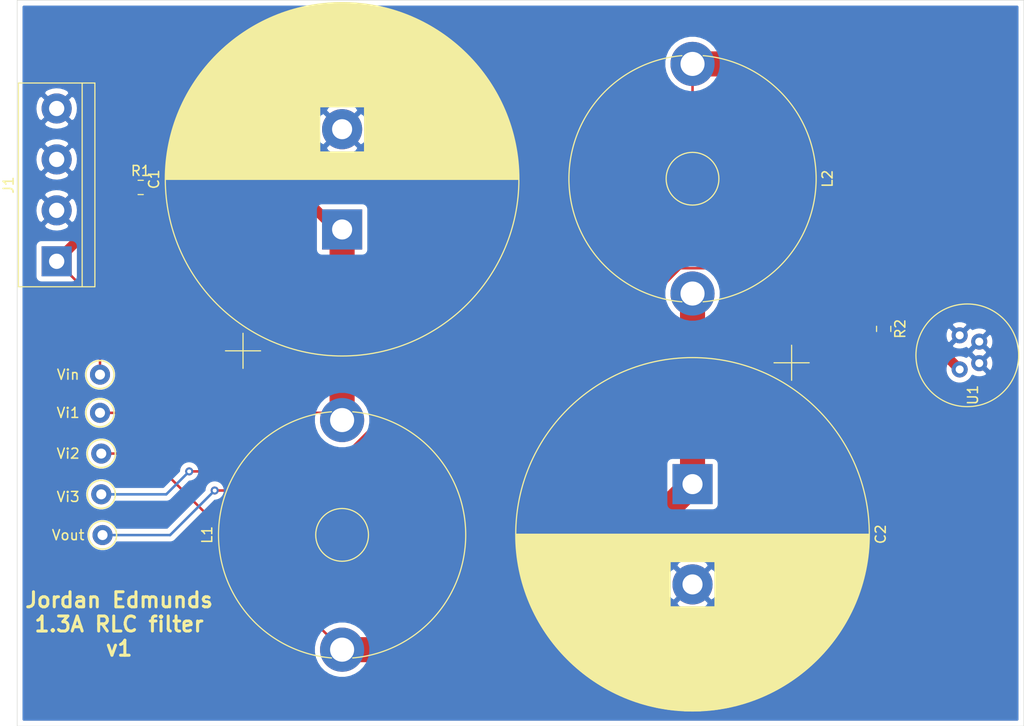
<source format=kicad_pcb>
(kicad_pcb (version 20171130) (host pcbnew "(5.1.6-0-10_14)")

  (general
    (thickness 1.6)
    (drawings 5)
    (tracks 35)
    (zones 0)
    (modules 13)
    (nets 7)
  )

  (page A4)
  (layers
    (0 F.Cu signal)
    (31 B.Cu signal)
    (32 B.Adhes user)
    (33 F.Adhes user)
    (34 B.Paste user)
    (35 F.Paste user)
    (36 B.SilkS user)
    (37 F.SilkS user)
    (38 B.Mask user)
    (39 F.Mask user)
    (40 Dwgs.User user)
    (41 Cmts.User user)
    (42 Eco1.User user)
    (43 Eco2.User user)
    (44 Edge.Cuts user)
    (45 Margin user)
    (46 B.CrtYd user)
    (47 F.CrtYd user)
    (48 B.Fab user)
    (49 F.Fab user)
  )

  (setup
    (last_trace_width 0.25)
    (user_trace_width 1)
    (user_trace_width 2.5)
    (trace_clearance 0.2)
    (zone_clearance 0.508)
    (zone_45_only no)
    (trace_min 0.2)
    (via_size 0.8)
    (via_drill 0.4)
    (via_min_size 0.4)
    (via_min_drill 0.3)
    (uvia_size 0.3)
    (uvia_drill 0.1)
    (uvias_allowed no)
    (uvia_min_size 0.2)
    (uvia_min_drill 0.1)
    (edge_width 0.05)
    (segment_width 0.2)
    (pcb_text_width 0.3)
    (pcb_text_size 1.5 1.5)
    (mod_edge_width 0.12)
    (mod_text_size 1 1)
    (mod_text_width 0.15)
    (pad_size 1.524 1.524)
    (pad_drill 0.762)
    (pad_to_mask_clearance 0.05)
    (aux_axis_origin 0 0)
    (visible_elements FFFFFF7F)
    (pcbplotparams
      (layerselection 0x010fc_ffffffff)
      (usegerberextensions false)
      (usegerberattributes true)
      (usegerberadvancedattributes true)
      (creategerberjobfile true)
      (excludeedgelayer true)
      (linewidth 0.100000)
      (plotframeref false)
      (viasonmask false)
      (mode 1)
      (useauxorigin false)
      (hpglpennumber 1)
      (hpglpenspeed 20)
      (hpglpendiameter 15.000000)
      (psnegative false)
      (psa4output false)
      (plotreference true)
      (plotvalue true)
      (plotinvisibletext false)
      (padsonsilk false)
      (subtractmaskfromsilk false)
      (outputformat 1)
      (mirror false)
      (drillshape 0)
      (scaleselection 1)
      (outputdirectory "gerbers"))
  )

  (net 0 "")
  (net 1 GND)
  (net 2 /Vi1)
  (net 3 /Vi2)
  (net 4 /Vin)
  (net 5 /Vi3)
  (net 6 /Vout)

  (net_class Default "This is the default net class."
    (clearance 0.2)
    (trace_width 0.25)
    (via_dia 0.8)
    (via_drill 0.4)
    (uvia_dia 0.3)
    (uvia_drill 0.1)
    (add_net /Vi1)
    (add_net /Vi2)
    (add_net /Vi3)
    (add_net /Vin)
    (add_net /Vout)
    (add_net GND)
  )

  (module Capacitor_THT:CP_Radial_D35.0mm_P10.00mm_SnapIn (layer F.Cu) (tedit 5AE50EF1) (tstamp 60962A8F)
    (at 113.665 99.06 90)
    (descr "CP, Radial series, Radial, pin pitch=10.00mm, , diameter=35mm, Electrolytic Capacitor, , http://www.vishay.com/docs/28342/058059pll-si.pdf")
    (tags "CP Radial series Radial pin pitch 10.00mm  diameter 35mm Electrolytic Capacitor")
    (path /6096576E)
    (fp_text reference C1 (at 5 -18.75 90) (layer F.SilkS)
      (effects (font (size 1 1) (thickness 0.15)))
    )
    (fp_text value 56m (at 5 18.75 90) (layer F.Fab)
      (effects (font (size 1 1) (thickness 0.15)))
    )
    (fp_text user %R (at 5 0 90) (layer F.Fab)
      (effects (font (size 1 1) (thickness 0.15)))
    )
    (fp_circle (center 5 0) (end 22.5 0) (layer F.Fab) (width 0.1))
    (fp_circle (center 5 0) (end 22.62 0) (layer F.SilkS) (width 0.12))
    (fp_circle (center 5 0) (end 22.75 0) (layer F.CrtYd) (width 0.05))
    (fp_line (start -10.065141 -7.6875) (end -6.565141 -7.6875) (layer F.Fab) (width 0.1))
    (fp_line (start -8.315141 -9.4375) (end -8.315141 -5.9375) (layer F.Fab) (width 0.1))
    (fp_line (start 5 -17.58) (end 5 17.58) (layer F.SilkS) (width 0.12))
    (fp_line (start 5.04 -17.58) (end 5.04 17.58) (layer F.SilkS) (width 0.12))
    (fp_line (start 5.08 -17.58) (end 5.08 17.58) (layer F.SilkS) (width 0.12))
    (fp_line (start 5.12 -17.58) (end 5.12 17.58) (layer F.SilkS) (width 0.12))
    (fp_line (start 5.16 -17.58) (end 5.16 17.58) (layer F.SilkS) (width 0.12))
    (fp_line (start 5.2 -17.579) (end 5.2 17.579) (layer F.SilkS) (width 0.12))
    (fp_line (start 5.24 -17.579) (end 5.24 17.579) (layer F.SilkS) (width 0.12))
    (fp_line (start 5.28 -17.578) (end 5.28 17.578) (layer F.SilkS) (width 0.12))
    (fp_line (start 5.32 -17.578) (end 5.32 17.578) (layer F.SilkS) (width 0.12))
    (fp_line (start 5.36 -17.577) (end 5.36 17.577) (layer F.SilkS) (width 0.12))
    (fp_line (start 5.4 -17.576) (end 5.4 17.576) (layer F.SilkS) (width 0.12))
    (fp_line (start 5.44 -17.575) (end 5.44 17.575) (layer F.SilkS) (width 0.12))
    (fp_line (start 5.48 -17.574) (end 5.48 17.574) (layer F.SilkS) (width 0.12))
    (fp_line (start 5.52 -17.573) (end 5.52 17.573) (layer F.SilkS) (width 0.12))
    (fp_line (start 5.56 -17.572) (end 5.56 17.572) (layer F.SilkS) (width 0.12))
    (fp_line (start 5.6 -17.57) (end 5.6 17.57) (layer F.SilkS) (width 0.12))
    (fp_line (start 5.64 -17.569) (end 5.64 17.569) (layer F.SilkS) (width 0.12))
    (fp_line (start 5.68 -17.567) (end 5.68 17.567) (layer F.SilkS) (width 0.12))
    (fp_line (start 5.721 -17.566) (end 5.721 17.566) (layer F.SilkS) (width 0.12))
    (fp_line (start 5.761 -17.564) (end 5.761 17.564) (layer F.SilkS) (width 0.12))
    (fp_line (start 5.801 -17.562) (end 5.801 17.562) (layer F.SilkS) (width 0.12))
    (fp_line (start 5.841 -17.56) (end 5.841 17.56) (layer F.SilkS) (width 0.12))
    (fp_line (start 5.881 -17.559) (end 5.881 17.559) (layer F.SilkS) (width 0.12))
    (fp_line (start 5.921 -17.556) (end 5.921 17.556) (layer F.SilkS) (width 0.12))
    (fp_line (start 5.961 -17.554) (end 5.961 17.554) (layer F.SilkS) (width 0.12))
    (fp_line (start 6.001 -17.552) (end 6.001 17.552) (layer F.SilkS) (width 0.12))
    (fp_line (start 6.041 -17.55) (end 6.041 17.55) (layer F.SilkS) (width 0.12))
    (fp_line (start 6.081 -17.547) (end 6.081 17.547) (layer F.SilkS) (width 0.12))
    (fp_line (start 6.121 -17.545) (end 6.121 17.545) (layer F.SilkS) (width 0.12))
    (fp_line (start 6.161 -17.542) (end 6.161 17.542) (layer F.SilkS) (width 0.12))
    (fp_line (start 6.201 -17.54) (end 6.201 17.54) (layer F.SilkS) (width 0.12))
    (fp_line (start 6.241 -17.537) (end 6.241 17.537) (layer F.SilkS) (width 0.12))
    (fp_line (start 6.281 -17.534) (end 6.281 17.534) (layer F.SilkS) (width 0.12))
    (fp_line (start 6.321 -17.531) (end 6.321 17.531) (layer F.SilkS) (width 0.12))
    (fp_line (start 6.361 -17.528) (end 6.361 17.528) (layer F.SilkS) (width 0.12))
    (fp_line (start 6.401 -17.525) (end 6.401 17.525) (layer F.SilkS) (width 0.12))
    (fp_line (start 6.441 -17.522) (end 6.441 17.522) (layer F.SilkS) (width 0.12))
    (fp_line (start 6.481 -17.518) (end 6.481 17.518) (layer F.SilkS) (width 0.12))
    (fp_line (start 6.521 -17.515) (end 6.521 17.515) (layer F.SilkS) (width 0.12))
    (fp_line (start 6.561 -17.511) (end 6.561 17.511) (layer F.SilkS) (width 0.12))
    (fp_line (start 6.601 -17.508) (end 6.601 17.508) (layer F.SilkS) (width 0.12))
    (fp_line (start 6.641 -17.504) (end 6.641 17.504) (layer F.SilkS) (width 0.12))
    (fp_line (start 6.681 -17.5) (end 6.681 17.5) (layer F.SilkS) (width 0.12))
    (fp_line (start 6.721 -17.496) (end 6.721 17.496) (layer F.SilkS) (width 0.12))
    (fp_line (start 6.761 -17.492) (end 6.761 17.492) (layer F.SilkS) (width 0.12))
    (fp_line (start 6.801 -17.488) (end 6.801 17.488) (layer F.SilkS) (width 0.12))
    (fp_line (start 6.841 -17.484) (end 6.841 17.484) (layer F.SilkS) (width 0.12))
    (fp_line (start 6.881 -17.48) (end 6.881 17.48) (layer F.SilkS) (width 0.12))
    (fp_line (start 6.921 -17.476) (end 6.921 17.476) (layer F.SilkS) (width 0.12))
    (fp_line (start 6.961 -17.471) (end 6.961 17.471) (layer F.SilkS) (width 0.12))
    (fp_line (start 7.001 -17.467) (end 7.001 17.467) (layer F.SilkS) (width 0.12))
    (fp_line (start 7.041 -17.462) (end 7.041 17.462) (layer F.SilkS) (width 0.12))
    (fp_line (start 7.081 -17.457) (end 7.081 17.457) (layer F.SilkS) (width 0.12))
    (fp_line (start 7.121 -17.452) (end 7.121 17.452) (layer F.SilkS) (width 0.12))
    (fp_line (start 7.161 -17.448) (end 7.161 17.448) (layer F.SilkS) (width 0.12))
    (fp_line (start 7.201 -17.443) (end 7.201 17.443) (layer F.SilkS) (width 0.12))
    (fp_line (start 7.241 -17.438) (end 7.241 17.438) (layer F.SilkS) (width 0.12))
    (fp_line (start 7.281 -17.432) (end 7.281 17.432) (layer F.SilkS) (width 0.12))
    (fp_line (start 7.321 -17.427) (end 7.321 17.427) (layer F.SilkS) (width 0.12))
    (fp_line (start 7.361 -17.422) (end 7.361 17.422) (layer F.SilkS) (width 0.12))
    (fp_line (start 7.401 -17.416) (end 7.401 17.416) (layer F.SilkS) (width 0.12))
    (fp_line (start 7.441 -17.411) (end 7.441 17.411) (layer F.SilkS) (width 0.12))
    (fp_line (start 7.481 -17.405) (end 7.481 17.405) (layer F.SilkS) (width 0.12))
    (fp_line (start 7.521 -17.399) (end 7.521 17.399) (layer F.SilkS) (width 0.12))
    (fp_line (start 7.561 -17.394) (end 7.561 17.394) (layer F.SilkS) (width 0.12))
    (fp_line (start 7.601 -17.388) (end 7.601 17.388) (layer F.SilkS) (width 0.12))
    (fp_line (start 7.641 -17.382) (end 7.641 17.382) (layer F.SilkS) (width 0.12))
    (fp_line (start 7.681 -17.375) (end 7.681 17.375) (layer F.SilkS) (width 0.12))
    (fp_line (start 7.721 -17.369) (end 7.721 17.369) (layer F.SilkS) (width 0.12))
    (fp_line (start 7.761 -17.363) (end 7.761 -2.24) (layer F.SilkS) (width 0.12))
    (fp_line (start 7.761 2.24) (end 7.761 17.363) (layer F.SilkS) (width 0.12))
    (fp_line (start 7.801 -17.357) (end 7.801 -2.24) (layer F.SilkS) (width 0.12))
    (fp_line (start 7.801 2.24) (end 7.801 17.357) (layer F.SilkS) (width 0.12))
    (fp_line (start 7.841 -17.35) (end 7.841 -2.24) (layer F.SilkS) (width 0.12))
    (fp_line (start 7.841 2.24) (end 7.841 17.35) (layer F.SilkS) (width 0.12))
    (fp_line (start 7.881 -17.344) (end 7.881 -2.24) (layer F.SilkS) (width 0.12))
    (fp_line (start 7.881 2.24) (end 7.881 17.344) (layer F.SilkS) (width 0.12))
    (fp_line (start 7.921 -17.337) (end 7.921 -2.24) (layer F.SilkS) (width 0.12))
    (fp_line (start 7.921 2.24) (end 7.921 17.337) (layer F.SilkS) (width 0.12))
    (fp_line (start 7.961 -17.33) (end 7.961 -2.24) (layer F.SilkS) (width 0.12))
    (fp_line (start 7.961 2.24) (end 7.961 17.33) (layer F.SilkS) (width 0.12))
    (fp_line (start 8.001 -17.323) (end 8.001 -2.24) (layer F.SilkS) (width 0.12))
    (fp_line (start 8.001 2.24) (end 8.001 17.323) (layer F.SilkS) (width 0.12))
    (fp_line (start 8.041 -17.316) (end 8.041 -2.24) (layer F.SilkS) (width 0.12))
    (fp_line (start 8.041 2.24) (end 8.041 17.316) (layer F.SilkS) (width 0.12))
    (fp_line (start 8.081 -17.309) (end 8.081 -2.24) (layer F.SilkS) (width 0.12))
    (fp_line (start 8.081 2.24) (end 8.081 17.309) (layer F.SilkS) (width 0.12))
    (fp_line (start 8.121 -17.302) (end 8.121 -2.24) (layer F.SilkS) (width 0.12))
    (fp_line (start 8.121 2.24) (end 8.121 17.302) (layer F.SilkS) (width 0.12))
    (fp_line (start 8.161 -17.295) (end 8.161 -2.24) (layer F.SilkS) (width 0.12))
    (fp_line (start 8.161 2.24) (end 8.161 17.295) (layer F.SilkS) (width 0.12))
    (fp_line (start 8.201 -17.287) (end 8.201 -2.24) (layer F.SilkS) (width 0.12))
    (fp_line (start 8.201 2.24) (end 8.201 17.287) (layer F.SilkS) (width 0.12))
    (fp_line (start 8.241 -17.28) (end 8.241 -2.24) (layer F.SilkS) (width 0.12))
    (fp_line (start 8.241 2.24) (end 8.241 17.28) (layer F.SilkS) (width 0.12))
    (fp_line (start 8.281 -17.273) (end 8.281 -2.24) (layer F.SilkS) (width 0.12))
    (fp_line (start 8.281 2.24) (end 8.281 17.273) (layer F.SilkS) (width 0.12))
    (fp_line (start 8.321 -17.265) (end 8.321 -2.24) (layer F.SilkS) (width 0.12))
    (fp_line (start 8.321 2.24) (end 8.321 17.265) (layer F.SilkS) (width 0.12))
    (fp_line (start 8.361 -17.257) (end 8.361 -2.24) (layer F.SilkS) (width 0.12))
    (fp_line (start 8.361 2.24) (end 8.361 17.257) (layer F.SilkS) (width 0.12))
    (fp_line (start 8.401 -17.249) (end 8.401 -2.24) (layer F.SilkS) (width 0.12))
    (fp_line (start 8.401 2.24) (end 8.401 17.249) (layer F.SilkS) (width 0.12))
    (fp_line (start 8.441 -17.241) (end 8.441 -2.24) (layer F.SilkS) (width 0.12))
    (fp_line (start 8.441 2.24) (end 8.441 17.241) (layer F.SilkS) (width 0.12))
    (fp_line (start 8.481 -17.233) (end 8.481 -2.24) (layer F.SilkS) (width 0.12))
    (fp_line (start 8.481 2.24) (end 8.481 17.233) (layer F.SilkS) (width 0.12))
    (fp_line (start 8.521 -17.225) (end 8.521 -2.24) (layer F.SilkS) (width 0.12))
    (fp_line (start 8.521 2.24) (end 8.521 17.225) (layer F.SilkS) (width 0.12))
    (fp_line (start 8.561 -17.217) (end 8.561 -2.24) (layer F.SilkS) (width 0.12))
    (fp_line (start 8.561 2.24) (end 8.561 17.217) (layer F.SilkS) (width 0.12))
    (fp_line (start 8.601 -17.209) (end 8.601 -2.24) (layer F.SilkS) (width 0.12))
    (fp_line (start 8.601 2.24) (end 8.601 17.209) (layer F.SilkS) (width 0.12))
    (fp_line (start 8.641 -17.2) (end 8.641 -2.24) (layer F.SilkS) (width 0.12))
    (fp_line (start 8.641 2.24) (end 8.641 17.2) (layer F.SilkS) (width 0.12))
    (fp_line (start 8.681 -17.192) (end 8.681 -2.24) (layer F.SilkS) (width 0.12))
    (fp_line (start 8.681 2.24) (end 8.681 17.192) (layer F.SilkS) (width 0.12))
    (fp_line (start 8.721 -17.183) (end 8.721 -2.24) (layer F.SilkS) (width 0.12))
    (fp_line (start 8.721 2.24) (end 8.721 17.183) (layer F.SilkS) (width 0.12))
    (fp_line (start 8.761 -17.175) (end 8.761 -2.24) (layer F.SilkS) (width 0.12))
    (fp_line (start 8.761 2.24) (end 8.761 17.175) (layer F.SilkS) (width 0.12))
    (fp_line (start 8.801 -17.166) (end 8.801 -2.24) (layer F.SilkS) (width 0.12))
    (fp_line (start 8.801 2.24) (end 8.801 17.166) (layer F.SilkS) (width 0.12))
    (fp_line (start 8.841 -17.157) (end 8.841 -2.24) (layer F.SilkS) (width 0.12))
    (fp_line (start 8.841 2.24) (end 8.841 17.157) (layer F.SilkS) (width 0.12))
    (fp_line (start 8.881 -17.148) (end 8.881 -2.24) (layer F.SilkS) (width 0.12))
    (fp_line (start 8.881 2.24) (end 8.881 17.148) (layer F.SilkS) (width 0.12))
    (fp_line (start 8.921 -17.139) (end 8.921 -2.24) (layer F.SilkS) (width 0.12))
    (fp_line (start 8.921 2.24) (end 8.921 17.139) (layer F.SilkS) (width 0.12))
    (fp_line (start 8.961 -17.13) (end 8.961 -2.24) (layer F.SilkS) (width 0.12))
    (fp_line (start 8.961 2.24) (end 8.961 17.13) (layer F.SilkS) (width 0.12))
    (fp_line (start 9.001 -17.12) (end 9.001 -2.24) (layer F.SilkS) (width 0.12))
    (fp_line (start 9.001 2.24) (end 9.001 17.12) (layer F.SilkS) (width 0.12))
    (fp_line (start 9.041 -17.111) (end 9.041 -2.24) (layer F.SilkS) (width 0.12))
    (fp_line (start 9.041 2.24) (end 9.041 17.111) (layer F.SilkS) (width 0.12))
    (fp_line (start 9.081 -17.102) (end 9.081 -2.24) (layer F.SilkS) (width 0.12))
    (fp_line (start 9.081 2.24) (end 9.081 17.102) (layer F.SilkS) (width 0.12))
    (fp_line (start 9.121 -17.092) (end 9.121 -2.24) (layer F.SilkS) (width 0.12))
    (fp_line (start 9.121 2.24) (end 9.121 17.092) (layer F.SilkS) (width 0.12))
    (fp_line (start 9.161 -17.082) (end 9.161 -2.24) (layer F.SilkS) (width 0.12))
    (fp_line (start 9.161 2.24) (end 9.161 17.082) (layer F.SilkS) (width 0.12))
    (fp_line (start 9.201 -17.073) (end 9.201 -2.24) (layer F.SilkS) (width 0.12))
    (fp_line (start 9.201 2.24) (end 9.201 17.073) (layer F.SilkS) (width 0.12))
    (fp_line (start 9.241 -17.063) (end 9.241 -2.24) (layer F.SilkS) (width 0.12))
    (fp_line (start 9.241 2.24) (end 9.241 17.063) (layer F.SilkS) (width 0.12))
    (fp_line (start 9.281 -17.053) (end 9.281 -2.24) (layer F.SilkS) (width 0.12))
    (fp_line (start 9.281 2.24) (end 9.281 17.053) (layer F.SilkS) (width 0.12))
    (fp_line (start 9.321 -17.043) (end 9.321 -2.24) (layer F.SilkS) (width 0.12))
    (fp_line (start 9.321 2.24) (end 9.321 17.043) (layer F.SilkS) (width 0.12))
    (fp_line (start 9.361 -17.033) (end 9.361 -2.24) (layer F.SilkS) (width 0.12))
    (fp_line (start 9.361 2.24) (end 9.361 17.033) (layer F.SilkS) (width 0.12))
    (fp_line (start 9.401 -17.022) (end 9.401 -2.24) (layer F.SilkS) (width 0.12))
    (fp_line (start 9.401 2.24) (end 9.401 17.022) (layer F.SilkS) (width 0.12))
    (fp_line (start 9.441 -17.012) (end 9.441 -2.24) (layer F.SilkS) (width 0.12))
    (fp_line (start 9.441 2.24) (end 9.441 17.012) (layer F.SilkS) (width 0.12))
    (fp_line (start 9.481 -17.001) (end 9.481 -2.24) (layer F.SilkS) (width 0.12))
    (fp_line (start 9.481 2.24) (end 9.481 17.001) (layer F.SilkS) (width 0.12))
    (fp_line (start 9.521 -16.991) (end 9.521 -2.24) (layer F.SilkS) (width 0.12))
    (fp_line (start 9.521 2.24) (end 9.521 16.991) (layer F.SilkS) (width 0.12))
    (fp_line (start 9.561 -16.98) (end 9.561 -2.24) (layer F.SilkS) (width 0.12))
    (fp_line (start 9.561 2.24) (end 9.561 16.98) (layer F.SilkS) (width 0.12))
    (fp_line (start 9.601 -16.969) (end 9.601 -2.24) (layer F.SilkS) (width 0.12))
    (fp_line (start 9.601 2.24) (end 9.601 16.969) (layer F.SilkS) (width 0.12))
    (fp_line (start 9.641 -16.959) (end 9.641 -2.24) (layer F.SilkS) (width 0.12))
    (fp_line (start 9.641 2.24) (end 9.641 16.959) (layer F.SilkS) (width 0.12))
    (fp_line (start 9.681 -16.948) (end 9.681 -2.24) (layer F.SilkS) (width 0.12))
    (fp_line (start 9.681 2.24) (end 9.681 16.948) (layer F.SilkS) (width 0.12))
    (fp_line (start 9.721 -16.937) (end 9.721 -2.24) (layer F.SilkS) (width 0.12))
    (fp_line (start 9.721 2.24) (end 9.721 16.937) (layer F.SilkS) (width 0.12))
    (fp_line (start 9.761 -16.925) (end 9.761 -2.24) (layer F.SilkS) (width 0.12))
    (fp_line (start 9.761 2.24) (end 9.761 16.925) (layer F.SilkS) (width 0.12))
    (fp_line (start 9.801 -16.914) (end 9.801 -2.24) (layer F.SilkS) (width 0.12))
    (fp_line (start 9.801 2.24) (end 9.801 16.914) (layer F.SilkS) (width 0.12))
    (fp_line (start 9.841 -16.903) (end 9.841 -2.24) (layer F.SilkS) (width 0.12))
    (fp_line (start 9.841 2.24) (end 9.841 16.903) (layer F.SilkS) (width 0.12))
    (fp_line (start 9.881 -16.891) (end 9.881 -2.24) (layer F.SilkS) (width 0.12))
    (fp_line (start 9.881 2.24) (end 9.881 16.891) (layer F.SilkS) (width 0.12))
    (fp_line (start 9.921 -16.88) (end 9.921 -2.24) (layer F.SilkS) (width 0.12))
    (fp_line (start 9.921 2.24) (end 9.921 16.88) (layer F.SilkS) (width 0.12))
    (fp_line (start 9.961 -16.868) (end 9.961 -2.24) (layer F.SilkS) (width 0.12))
    (fp_line (start 9.961 2.24) (end 9.961 16.868) (layer F.SilkS) (width 0.12))
    (fp_line (start 10.001 -16.856) (end 10.001 -2.24) (layer F.SilkS) (width 0.12))
    (fp_line (start 10.001 2.24) (end 10.001 16.856) (layer F.SilkS) (width 0.12))
    (fp_line (start 10.041 -16.844) (end 10.041 -2.24) (layer F.SilkS) (width 0.12))
    (fp_line (start 10.041 2.24) (end 10.041 16.844) (layer F.SilkS) (width 0.12))
    (fp_line (start 10.081 -16.832) (end 10.081 -2.24) (layer F.SilkS) (width 0.12))
    (fp_line (start 10.081 2.24) (end 10.081 16.832) (layer F.SilkS) (width 0.12))
    (fp_line (start 10.121 -16.82) (end 10.121 -2.24) (layer F.SilkS) (width 0.12))
    (fp_line (start 10.121 2.24) (end 10.121 16.82) (layer F.SilkS) (width 0.12))
    (fp_line (start 10.161 -16.808) (end 10.161 -2.24) (layer F.SilkS) (width 0.12))
    (fp_line (start 10.161 2.24) (end 10.161 16.808) (layer F.SilkS) (width 0.12))
    (fp_line (start 10.201 -16.796) (end 10.201 -2.24) (layer F.SilkS) (width 0.12))
    (fp_line (start 10.201 2.24) (end 10.201 16.796) (layer F.SilkS) (width 0.12))
    (fp_line (start 10.241 -16.783) (end 10.241 -2.24) (layer F.SilkS) (width 0.12))
    (fp_line (start 10.241 2.24) (end 10.241 16.783) (layer F.SilkS) (width 0.12))
    (fp_line (start 10.281 -16.771) (end 10.281 -2.24) (layer F.SilkS) (width 0.12))
    (fp_line (start 10.281 2.24) (end 10.281 16.771) (layer F.SilkS) (width 0.12))
    (fp_line (start 10.321 -16.758) (end 10.321 -2.24) (layer F.SilkS) (width 0.12))
    (fp_line (start 10.321 2.24) (end 10.321 16.758) (layer F.SilkS) (width 0.12))
    (fp_line (start 10.361 -16.745) (end 10.361 -2.24) (layer F.SilkS) (width 0.12))
    (fp_line (start 10.361 2.24) (end 10.361 16.745) (layer F.SilkS) (width 0.12))
    (fp_line (start 10.401 -16.733) (end 10.401 -2.24) (layer F.SilkS) (width 0.12))
    (fp_line (start 10.401 2.24) (end 10.401 16.733) (layer F.SilkS) (width 0.12))
    (fp_line (start 10.441 -16.72) (end 10.441 -2.24) (layer F.SilkS) (width 0.12))
    (fp_line (start 10.441 2.24) (end 10.441 16.72) (layer F.SilkS) (width 0.12))
    (fp_line (start 10.481 -16.707) (end 10.481 -2.24) (layer F.SilkS) (width 0.12))
    (fp_line (start 10.481 2.24) (end 10.481 16.707) (layer F.SilkS) (width 0.12))
    (fp_line (start 10.521 -16.694) (end 10.521 -2.24) (layer F.SilkS) (width 0.12))
    (fp_line (start 10.521 2.24) (end 10.521 16.694) (layer F.SilkS) (width 0.12))
    (fp_line (start 10.561 -16.68) (end 10.561 -2.24) (layer F.SilkS) (width 0.12))
    (fp_line (start 10.561 2.24) (end 10.561 16.68) (layer F.SilkS) (width 0.12))
    (fp_line (start 10.601 -16.667) (end 10.601 -2.24) (layer F.SilkS) (width 0.12))
    (fp_line (start 10.601 2.24) (end 10.601 16.667) (layer F.SilkS) (width 0.12))
    (fp_line (start 10.641 -16.653) (end 10.641 -2.24) (layer F.SilkS) (width 0.12))
    (fp_line (start 10.641 2.24) (end 10.641 16.653) (layer F.SilkS) (width 0.12))
    (fp_line (start 10.681 -16.64) (end 10.681 -2.24) (layer F.SilkS) (width 0.12))
    (fp_line (start 10.681 2.24) (end 10.681 16.64) (layer F.SilkS) (width 0.12))
    (fp_line (start 10.721 -16.626) (end 10.721 -2.24) (layer F.SilkS) (width 0.12))
    (fp_line (start 10.721 2.24) (end 10.721 16.626) (layer F.SilkS) (width 0.12))
    (fp_line (start 10.761 -16.612) (end 10.761 -2.24) (layer F.SilkS) (width 0.12))
    (fp_line (start 10.761 2.24) (end 10.761 16.612) (layer F.SilkS) (width 0.12))
    (fp_line (start 10.801 -16.599) (end 10.801 -2.24) (layer F.SilkS) (width 0.12))
    (fp_line (start 10.801 2.24) (end 10.801 16.599) (layer F.SilkS) (width 0.12))
    (fp_line (start 10.841 -16.585) (end 10.841 -2.24) (layer F.SilkS) (width 0.12))
    (fp_line (start 10.841 2.24) (end 10.841 16.585) (layer F.SilkS) (width 0.12))
    (fp_line (start 10.881 -16.57) (end 10.881 -2.24) (layer F.SilkS) (width 0.12))
    (fp_line (start 10.881 2.24) (end 10.881 16.57) (layer F.SilkS) (width 0.12))
    (fp_line (start 10.921 -16.556) (end 10.921 -2.24) (layer F.SilkS) (width 0.12))
    (fp_line (start 10.921 2.24) (end 10.921 16.556) (layer F.SilkS) (width 0.12))
    (fp_line (start 10.961 -16.542) (end 10.961 -2.24) (layer F.SilkS) (width 0.12))
    (fp_line (start 10.961 2.24) (end 10.961 16.542) (layer F.SilkS) (width 0.12))
    (fp_line (start 11.001 -16.527) (end 11.001 -2.24) (layer F.SilkS) (width 0.12))
    (fp_line (start 11.001 2.24) (end 11.001 16.527) (layer F.SilkS) (width 0.12))
    (fp_line (start 11.041 -16.513) (end 11.041 -2.24) (layer F.SilkS) (width 0.12))
    (fp_line (start 11.041 2.24) (end 11.041 16.513) (layer F.SilkS) (width 0.12))
    (fp_line (start 11.081 -16.498) (end 11.081 -2.24) (layer F.SilkS) (width 0.12))
    (fp_line (start 11.081 2.24) (end 11.081 16.498) (layer F.SilkS) (width 0.12))
    (fp_line (start 11.121 -16.484) (end 11.121 -2.24) (layer F.SilkS) (width 0.12))
    (fp_line (start 11.121 2.24) (end 11.121 16.484) (layer F.SilkS) (width 0.12))
    (fp_line (start 11.161 -16.469) (end 11.161 -2.24) (layer F.SilkS) (width 0.12))
    (fp_line (start 11.161 2.24) (end 11.161 16.469) (layer F.SilkS) (width 0.12))
    (fp_line (start 11.201 -16.454) (end 11.201 -2.24) (layer F.SilkS) (width 0.12))
    (fp_line (start 11.201 2.24) (end 11.201 16.454) (layer F.SilkS) (width 0.12))
    (fp_line (start 11.241 -16.439) (end 11.241 -2.24) (layer F.SilkS) (width 0.12))
    (fp_line (start 11.241 2.24) (end 11.241 16.439) (layer F.SilkS) (width 0.12))
    (fp_line (start 11.281 -16.423) (end 11.281 -2.24) (layer F.SilkS) (width 0.12))
    (fp_line (start 11.281 2.24) (end 11.281 16.423) (layer F.SilkS) (width 0.12))
    (fp_line (start 11.321 -16.408) (end 11.321 -2.24) (layer F.SilkS) (width 0.12))
    (fp_line (start 11.321 2.24) (end 11.321 16.408) (layer F.SilkS) (width 0.12))
    (fp_line (start 11.361 -16.393) (end 11.361 -2.24) (layer F.SilkS) (width 0.12))
    (fp_line (start 11.361 2.24) (end 11.361 16.393) (layer F.SilkS) (width 0.12))
    (fp_line (start 11.401 -16.377) (end 11.401 -2.24) (layer F.SilkS) (width 0.12))
    (fp_line (start 11.401 2.24) (end 11.401 16.377) (layer F.SilkS) (width 0.12))
    (fp_line (start 11.441 -16.361) (end 11.441 -2.24) (layer F.SilkS) (width 0.12))
    (fp_line (start 11.441 2.24) (end 11.441 16.361) (layer F.SilkS) (width 0.12))
    (fp_line (start 11.481 -16.346) (end 11.481 -2.24) (layer F.SilkS) (width 0.12))
    (fp_line (start 11.481 2.24) (end 11.481 16.346) (layer F.SilkS) (width 0.12))
    (fp_line (start 11.521 -16.33) (end 11.521 -2.24) (layer F.SilkS) (width 0.12))
    (fp_line (start 11.521 2.24) (end 11.521 16.33) (layer F.SilkS) (width 0.12))
    (fp_line (start 11.561 -16.314) (end 11.561 -2.24) (layer F.SilkS) (width 0.12))
    (fp_line (start 11.561 2.24) (end 11.561 16.314) (layer F.SilkS) (width 0.12))
    (fp_line (start 11.601 -16.298) (end 11.601 -2.24) (layer F.SilkS) (width 0.12))
    (fp_line (start 11.601 2.24) (end 11.601 16.298) (layer F.SilkS) (width 0.12))
    (fp_line (start 11.641 -16.281) (end 11.641 -2.24) (layer F.SilkS) (width 0.12))
    (fp_line (start 11.641 2.24) (end 11.641 16.281) (layer F.SilkS) (width 0.12))
    (fp_line (start 11.681 -16.265) (end 11.681 -2.24) (layer F.SilkS) (width 0.12))
    (fp_line (start 11.681 2.24) (end 11.681 16.265) (layer F.SilkS) (width 0.12))
    (fp_line (start 11.721 -16.249) (end 11.721 -2.24) (layer F.SilkS) (width 0.12))
    (fp_line (start 11.721 2.24) (end 11.721 16.249) (layer F.SilkS) (width 0.12))
    (fp_line (start 11.761 -16.232) (end 11.761 -2.24) (layer F.SilkS) (width 0.12))
    (fp_line (start 11.761 2.24) (end 11.761 16.232) (layer F.SilkS) (width 0.12))
    (fp_line (start 11.801 -16.215) (end 11.801 -2.24) (layer F.SilkS) (width 0.12))
    (fp_line (start 11.801 2.24) (end 11.801 16.215) (layer F.SilkS) (width 0.12))
    (fp_line (start 11.841 -16.199) (end 11.841 -2.24) (layer F.SilkS) (width 0.12))
    (fp_line (start 11.841 2.24) (end 11.841 16.199) (layer F.SilkS) (width 0.12))
    (fp_line (start 11.881 -16.182) (end 11.881 -2.24) (layer F.SilkS) (width 0.12))
    (fp_line (start 11.881 2.24) (end 11.881 16.182) (layer F.SilkS) (width 0.12))
    (fp_line (start 11.921 -16.165) (end 11.921 -2.24) (layer F.SilkS) (width 0.12))
    (fp_line (start 11.921 2.24) (end 11.921 16.165) (layer F.SilkS) (width 0.12))
    (fp_line (start 11.961 -16.148) (end 11.961 -2.24) (layer F.SilkS) (width 0.12))
    (fp_line (start 11.961 2.24) (end 11.961 16.148) (layer F.SilkS) (width 0.12))
    (fp_line (start 12.001 -16.13) (end 12.001 -2.24) (layer F.SilkS) (width 0.12))
    (fp_line (start 12.001 2.24) (end 12.001 16.13) (layer F.SilkS) (width 0.12))
    (fp_line (start 12.041 -16.113) (end 12.041 -2.24) (layer F.SilkS) (width 0.12))
    (fp_line (start 12.041 2.24) (end 12.041 16.113) (layer F.SilkS) (width 0.12))
    (fp_line (start 12.081 -16.095) (end 12.081 -2.24) (layer F.SilkS) (width 0.12))
    (fp_line (start 12.081 2.24) (end 12.081 16.095) (layer F.SilkS) (width 0.12))
    (fp_line (start 12.121 -16.078) (end 12.121 -2.24) (layer F.SilkS) (width 0.12))
    (fp_line (start 12.121 2.24) (end 12.121 16.078) (layer F.SilkS) (width 0.12))
    (fp_line (start 12.161 -16.06) (end 12.161 -2.24) (layer F.SilkS) (width 0.12))
    (fp_line (start 12.161 2.24) (end 12.161 16.06) (layer F.SilkS) (width 0.12))
    (fp_line (start 12.201 -16.042) (end 12.201 -2.24) (layer F.SilkS) (width 0.12))
    (fp_line (start 12.201 2.24) (end 12.201 16.042) (layer F.SilkS) (width 0.12))
    (fp_line (start 12.241 -16.024) (end 12.241 16.024) (layer F.SilkS) (width 0.12))
    (fp_line (start 12.281 -16.006) (end 12.281 16.006) (layer F.SilkS) (width 0.12))
    (fp_line (start 12.321 -15.988) (end 12.321 15.988) (layer F.SilkS) (width 0.12))
    (fp_line (start 12.361 -15.97) (end 12.361 15.97) (layer F.SilkS) (width 0.12))
    (fp_line (start 12.401 -15.951) (end 12.401 15.951) (layer F.SilkS) (width 0.12))
    (fp_line (start 12.441 -15.933) (end 12.441 15.933) (layer F.SilkS) (width 0.12))
    (fp_line (start 12.481 -15.914) (end 12.481 15.914) (layer F.SilkS) (width 0.12))
    (fp_line (start 12.521 -15.895) (end 12.521 15.895) (layer F.SilkS) (width 0.12))
    (fp_line (start 12.561 -15.876) (end 12.561 15.876) (layer F.SilkS) (width 0.12))
    (fp_line (start 12.601 -15.857) (end 12.601 15.857) (layer F.SilkS) (width 0.12))
    (fp_line (start 12.641 -15.838) (end 12.641 15.838) (layer F.SilkS) (width 0.12))
    (fp_line (start 12.681 -15.819) (end 12.681 15.819) (layer F.SilkS) (width 0.12))
    (fp_line (start 12.721 -15.799) (end 12.721 15.799) (layer F.SilkS) (width 0.12))
    (fp_line (start 12.761 -15.78) (end 12.761 15.78) (layer F.SilkS) (width 0.12))
    (fp_line (start 12.801 -15.76) (end 12.801 15.76) (layer F.SilkS) (width 0.12))
    (fp_line (start 12.841 -15.74) (end 12.841 15.74) (layer F.SilkS) (width 0.12))
    (fp_line (start 12.881 -15.72) (end 12.881 15.72) (layer F.SilkS) (width 0.12))
    (fp_line (start 12.921 -15.7) (end 12.921 15.7) (layer F.SilkS) (width 0.12))
    (fp_line (start 12.961 -15.68) (end 12.961 15.68) (layer F.SilkS) (width 0.12))
    (fp_line (start 13.001 -15.66) (end 13.001 15.66) (layer F.SilkS) (width 0.12))
    (fp_line (start 13.041 -15.639) (end 13.041 15.639) (layer F.SilkS) (width 0.12))
    (fp_line (start 13.081 -15.619) (end 13.081 15.619) (layer F.SilkS) (width 0.12))
    (fp_line (start 13.121 -15.598) (end 13.121 15.598) (layer F.SilkS) (width 0.12))
    (fp_line (start 13.161 -15.577) (end 13.161 15.577) (layer F.SilkS) (width 0.12))
    (fp_line (start 13.2 -15.556) (end 13.2 15.556) (layer F.SilkS) (width 0.12))
    (fp_line (start 13.24 -15.535) (end 13.24 15.535) (layer F.SilkS) (width 0.12))
    (fp_line (start 13.28 -15.514) (end 13.28 15.514) (layer F.SilkS) (width 0.12))
    (fp_line (start 13.32 -15.492) (end 13.32 15.492) (layer F.SilkS) (width 0.12))
    (fp_line (start 13.36 -15.471) (end 13.36 15.471) (layer F.SilkS) (width 0.12))
    (fp_line (start 13.4 -15.449) (end 13.4 15.449) (layer F.SilkS) (width 0.12))
    (fp_line (start 13.44 -15.428) (end 13.44 15.428) (layer F.SilkS) (width 0.12))
    (fp_line (start 13.48 -15.406) (end 13.48 15.406) (layer F.SilkS) (width 0.12))
    (fp_line (start 13.52 -15.384) (end 13.52 15.384) (layer F.SilkS) (width 0.12))
    (fp_line (start 13.56 -15.361) (end 13.56 15.361) (layer F.SilkS) (width 0.12))
    (fp_line (start 13.6 -15.339) (end 13.6 15.339) (layer F.SilkS) (width 0.12))
    (fp_line (start 13.64 -15.317) (end 13.64 15.317) (layer F.SilkS) (width 0.12))
    (fp_line (start 13.68 -15.294) (end 13.68 15.294) (layer F.SilkS) (width 0.12))
    (fp_line (start 13.72 -15.271) (end 13.72 15.271) (layer F.SilkS) (width 0.12))
    (fp_line (start 13.76 -15.249) (end 13.76 15.249) (layer F.SilkS) (width 0.12))
    (fp_line (start 13.8 -15.226) (end 13.8 15.226) (layer F.SilkS) (width 0.12))
    (fp_line (start 13.84 -15.203) (end 13.84 15.203) (layer F.SilkS) (width 0.12))
    (fp_line (start 13.88 -15.179) (end 13.88 15.179) (layer F.SilkS) (width 0.12))
    (fp_line (start 13.92 -15.156) (end 13.92 15.156) (layer F.SilkS) (width 0.12))
    (fp_line (start 13.96 -15.132) (end 13.96 15.132) (layer F.SilkS) (width 0.12))
    (fp_line (start 14 -15.109) (end 14 15.109) (layer F.SilkS) (width 0.12))
    (fp_line (start 14.04 -15.085) (end 14.04 15.085) (layer F.SilkS) (width 0.12))
    (fp_line (start 14.08 -15.061) (end 14.08 15.061) (layer F.SilkS) (width 0.12))
    (fp_line (start 14.12 -15.037) (end 14.12 15.037) (layer F.SilkS) (width 0.12))
    (fp_line (start 14.16 -15.012) (end 14.16 15.012) (layer F.SilkS) (width 0.12))
    (fp_line (start 14.2 -14.988) (end 14.2 14.988) (layer F.SilkS) (width 0.12))
    (fp_line (start 14.24 -14.963) (end 14.24 14.963) (layer F.SilkS) (width 0.12))
    (fp_line (start 14.28 -14.939) (end 14.28 14.939) (layer F.SilkS) (width 0.12))
    (fp_line (start 14.32 -14.914) (end 14.32 14.914) (layer F.SilkS) (width 0.12))
    (fp_line (start 14.36 -14.889) (end 14.36 14.889) (layer F.SilkS) (width 0.12))
    (fp_line (start 14.4 -14.864) (end 14.4 14.864) (layer F.SilkS) (width 0.12))
    (fp_line (start 14.44 -14.838) (end 14.44 14.838) (layer F.SilkS) (width 0.12))
    (fp_line (start 14.48 -14.813) (end 14.48 14.813) (layer F.SilkS) (width 0.12))
    (fp_line (start 14.52 -14.787) (end 14.52 14.787) (layer F.SilkS) (width 0.12))
    (fp_line (start 14.56 -14.762) (end 14.56 14.762) (layer F.SilkS) (width 0.12))
    (fp_line (start 14.6 -14.736) (end 14.6 14.736) (layer F.SilkS) (width 0.12))
    (fp_line (start 14.64 -14.71) (end 14.64 14.71) (layer F.SilkS) (width 0.12))
    (fp_line (start 14.68 -14.683) (end 14.68 14.683) (layer F.SilkS) (width 0.12))
    (fp_line (start 14.72 -14.657) (end 14.72 14.657) (layer F.SilkS) (width 0.12))
    (fp_line (start 14.76 -14.63) (end 14.76 14.63) (layer F.SilkS) (width 0.12))
    (fp_line (start 14.8 -14.604) (end 14.8 14.604) (layer F.SilkS) (width 0.12))
    (fp_line (start 14.84 -14.577) (end 14.84 14.577) (layer F.SilkS) (width 0.12))
    (fp_line (start 14.88 -14.55) (end 14.88 14.55) (layer F.SilkS) (width 0.12))
    (fp_line (start 14.92 -14.523) (end 14.92 14.523) (layer F.SilkS) (width 0.12))
    (fp_line (start 14.96 -14.495) (end 14.96 14.495) (layer F.SilkS) (width 0.12))
    (fp_line (start 15 -14.468) (end 15 14.468) (layer F.SilkS) (width 0.12))
    (fp_line (start 15.04 -14.44) (end 15.04 14.44) (layer F.SilkS) (width 0.12))
    (fp_line (start 15.08 -14.412) (end 15.08 14.412) (layer F.SilkS) (width 0.12))
    (fp_line (start 15.12 -14.384) (end 15.12 14.384) (layer F.SilkS) (width 0.12))
    (fp_line (start 15.16 -14.356) (end 15.16 14.356) (layer F.SilkS) (width 0.12))
    (fp_line (start 15.2 -14.328) (end 15.2 14.328) (layer F.SilkS) (width 0.12))
    (fp_line (start 15.24 -14.299) (end 15.24 14.299) (layer F.SilkS) (width 0.12))
    (fp_line (start 15.28 -14.271) (end 15.28 14.271) (layer F.SilkS) (width 0.12))
    (fp_line (start 15.32 -14.242) (end 15.32 14.242) (layer F.SilkS) (width 0.12))
    (fp_line (start 15.36 -14.213) (end 15.36 14.213) (layer F.SilkS) (width 0.12))
    (fp_line (start 15.4 -14.184) (end 15.4 14.184) (layer F.SilkS) (width 0.12))
    (fp_line (start 15.44 -14.155) (end 15.44 14.155) (layer F.SilkS) (width 0.12))
    (fp_line (start 15.48 -14.125) (end 15.48 14.125) (layer F.SilkS) (width 0.12))
    (fp_line (start 15.52 -14.095) (end 15.52 14.095) (layer F.SilkS) (width 0.12))
    (fp_line (start 15.56 -14.065) (end 15.56 14.065) (layer F.SilkS) (width 0.12))
    (fp_line (start 15.6 -14.035) (end 15.6 14.035) (layer F.SilkS) (width 0.12))
    (fp_line (start 15.64 -14.005) (end 15.64 14.005) (layer F.SilkS) (width 0.12))
    (fp_line (start 15.68 -13.975) (end 15.68 13.975) (layer F.SilkS) (width 0.12))
    (fp_line (start 15.72 -13.944) (end 15.72 13.944) (layer F.SilkS) (width 0.12))
    (fp_line (start 15.76 -13.914) (end 15.76 13.914) (layer F.SilkS) (width 0.12))
    (fp_line (start 15.8 -13.883) (end 15.8 13.883) (layer F.SilkS) (width 0.12))
    (fp_line (start 15.84 -13.851) (end 15.84 13.851) (layer F.SilkS) (width 0.12))
    (fp_line (start 15.88 -13.82) (end 15.88 13.82) (layer F.SilkS) (width 0.12))
    (fp_line (start 15.92 -13.789) (end 15.92 13.789) (layer F.SilkS) (width 0.12))
    (fp_line (start 15.96 -13.757) (end 15.96 13.757) (layer F.SilkS) (width 0.12))
    (fp_line (start 16 -13.725) (end 16 13.725) (layer F.SilkS) (width 0.12))
    (fp_line (start 16.04 -13.693) (end 16.04 13.693) (layer F.SilkS) (width 0.12))
    (fp_line (start 16.08 -13.661) (end 16.08 13.661) (layer F.SilkS) (width 0.12))
    (fp_line (start 16.12 -13.628) (end 16.12 13.628) (layer F.SilkS) (width 0.12))
    (fp_line (start 16.16 -13.596) (end 16.16 13.596) (layer F.SilkS) (width 0.12))
    (fp_line (start 16.2 -13.563) (end 16.2 13.563) (layer F.SilkS) (width 0.12))
    (fp_line (start 16.24 -13.53) (end 16.24 13.53) (layer F.SilkS) (width 0.12))
    (fp_line (start 16.28 -13.497) (end 16.28 13.497) (layer F.SilkS) (width 0.12))
    (fp_line (start 16.32 -13.463) (end 16.32 13.463) (layer F.SilkS) (width 0.12))
    (fp_line (start 16.36 -13.43) (end 16.36 13.43) (layer F.SilkS) (width 0.12))
    (fp_line (start 16.4 -13.396) (end 16.4 13.396) (layer F.SilkS) (width 0.12))
    (fp_line (start 16.44 -13.362) (end 16.44 13.362) (layer F.SilkS) (width 0.12))
    (fp_line (start 16.48 -13.327) (end 16.48 13.327) (layer F.SilkS) (width 0.12))
    (fp_line (start 16.52 -13.293) (end 16.52 13.293) (layer F.SilkS) (width 0.12))
    (fp_line (start 16.56 -13.258) (end 16.56 13.258) (layer F.SilkS) (width 0.12))
    (fp_line (start 16.6 -13.223) (end 16.6 13.223) (layer F.SilkS) (width 0.12))
    (fp_line (start 16.64 -13.188) (end 16.64 13.188) (layer F.SilkS) (width 0.12))
    (fp_line (start 16.68 -13.153) (end 16.68 13.153) (layer F.SilkS) (width 0.12))
    (fp_line (start 16.72 -13.117) (end 16.72 13.117) (layer F.SilkS) (width 0.12))
    (fp_line (start 16.76 -13.082) (end 16.76 13.082) (layer F.SilkS) (width 0.12))
    (fp_line (start 16.8 -13.046) (end 16.8 13.046) (layer F.SilkS) (width 0.12))
    (fp_line (start 16.84 -13.01) (end 16.84 13.01) (layer F.SilkS) (width 0.12))
    (fp_line (start 16.88 -12.973) (end 16.88 12.973) (layer F.SilkS) (width 0.12))
    (fp_line (start 16.92 -12.937) (end 16.92 12.937) (layer F.SilkS) (width 0.12))
    (fp_line (start 16.96 -12.9) (end 16.96 12.9) (layer F.SilkS) (width 0.12))
    (fp_line (start 17 -12.863) (end 17 12.863) (layer F.SilkS) (width 0.12))
    (fp_line (start 17.04 -12.825) (end 17.04 12.825) (layer F.SilkS) (width 0.12))
    (fp_line (start 17.08 -12.788) (end 17.08 12.788) (layer F.SilkS) (width 0.12))
    (fp_line (start 17.12 -12.75) (end 17.12 12.75) (layer F.SilkS) (width 0.12))
    (fp_line (start 17.16 -12.712) (end 17.16 12.712) (layer F.SilkS) (width 0.12))
    (fp_line (start 17.2 -12.674) (end 17.2 12.674) (layer F.SilkS) (width 0.12))
    (fp_line (start 17.24 -12.635) (end 17.24 12.635) (layer F.SilkS) (width 0.12))
    (fp_line (start 17.28 -12.596) (end 17.28 12.596) (layer F.SilkS) (width 0.12))
    (fp_line (start 17.32 -12.557) (end 17.32 12.557) (layer F.SilkS) (width 0.12))
    (fp_line (start 17.36 -12.518) (end 17.36 12.518) (layer F.SilkS) (width 0.12))
    (fp_line (start 17.4 -12.479) (end 17.4 12.479) (layer F.SilkS) (width 0.12))
    (fp_line (start 17.44 -12.439) (end 17.44 12.439) (layer F.SilkS) (width 0.12))
    (fp_line (start 17.48 -12.399) (end 17.48 12.399) (layer F.SilkS) (width 0.12))
    (fp_line (start 17.52 -12.359) (end 17.52 12.359) (layer F.SilkS) (width 0.12))
    (fp_line (start 17.56 -12.318) (end 17.56 12.318) (layer F.SilkS) (width 0.12))
    (fp_line (start 17.6 -12.277) (end 17.6 12.277) (layer F.SilkS) (width 0.12))
    (fp_line (start 17.64 -12.236) (end 17.64 12.236) (layer F.SilkS) (width 0.12))
    (fp_line (start 17.68 -12.195) (end 17.68 12.195) (layer F.SilkS) (width 0.12))
    (fp_line (start 17.72 -12.153) (end 17.72 12.153) (layer F.SilkS) (width 0.12))
    (fp_line (start 17.76 -12.111) (end 17.76 12.111) (layer F.SilkS) (width 0.12))
    (fp_line (start 17.8 -12.069) (end 17.8 12.069) (layer F.SilkS) (width 0.12))
    (fp_line (start 17.84 -12.027) (end 17.84 12.027) (layer F.SilkS) (width 0.12))
    (fp_line (start 17.88 -11.984) (end 17.88 11.984) (layer F.SilkS) (width 0.12))
    (fp_line (start 17.92 -11.941) (end 17.92 11.941) (layer F.SilkS) (width 0.12))
    (fp_line (start 17.96 -11.898) (end 17.96 11.898) (layer F.SilkS) (width 0.12))
    (fp_line (start 18 -11.854) (end 18 11.854) (layer F.SilkS) (width 0.12))
    (fp_line (start 18.04 -11.811) (end 18.04 11.811) (layer F.SilkS) (width 0.12))
    (fp_line (start 18.08 -11.766) (end 18.08 11.766) (layer F.SilkS) (width 0.12))
    (fp_line (start 18.12 -11.722) (end 18.12 11.722) (layer F.SilkS) (width 0.12))
    (fp_line (start 18.16 -11.677) (end 18.16 11.677) (layer F.SilkS) (width 0.12))
    (fp_line (start 18.2 -11.632) (end 18.2 11.632) (layer F.SilkS) (width 0.12))
    (fp_line (start 18.24 -11.587) (end 18.24 11.587) (layer F.SilkS) (width 0.12))
    (fp_line (start 18.28 -11.541) (end 18.28 11.541) (layer F.SilkS) (width 0.12))
    (fp_line (start 18.32 -11.495) (end 18.32 11.495) (layer F.SilkS) (width 0.12))
    (fp_line (start 18.36 -11.449) (end 18.36 11.449) (layer F.SilkS) (width 0.12))
    (fp_line (start 18.4 -11.402) (end 18.4 11.402) (layer F.SilkS) (width 0.12))
    (fp_line (start 18.44 -11.355) (end 18.44 11.355) (layer F.SilkS) (width 0.12))
    (fp_line (start 18.48 -11.307) (end 18.48 11.307) (layer F.SilkS) (width 0.12))
    (fp_line (start 18.52 -11.26) (end 18.52 11.26) (layer F.SilkS) (width 0.12))
    (fp_line (start 18.56 -11.212) (end 18.56 11.212) (layer F.SilkS) (width 0.12))
    (fp_line (start 18.6 -11.163) (end 18.6 11.163) (layer F.SilkS) (width 0.12))
    (fp_line (start 18.64 -11.115) (end 18.64 11.115) (layer F.SilkS) (width 0.12))
    (fp_line (start 18.68 -11.066) (end 18.68 11.066) (layer F.SilkS) (width 0.12))
    (fp_line (start 18.72 -11.016) (end 18.72 11.016) (layer F.SilkS) (width 0.12))
    (fp_line (start 18.76 -10.966) (end 18.76 10.966) (layer F.SilkS) (width 0.12))
    (fp_line (start 18.8 -10.916) (end 18.8 10.916) (layer F.SilkS) (width 0.12))
    (fp_line (start 18.84 -10.865) (end 18.84 10.865) (layer F.SilkS) (width 0.12))
    (fp_line (start 18.88 -10.815) (end 18.88 10.815) (layer F.SilkS) (width 0.12))
    (fp_line (start 18.92 -10.763) (end 18.92 10.763) (layer F.SilkS) (width 0.12))
    (fp_line (start 18.96 -10.711) (end 18.96 10.711) (layer F.SilkS) (width 0.12))
    (fp_line (start 19 -10.659) (end 19 10.659) (layer F.SilkS) (width 0.12))
    (fp_line (start 19.04 -10.607) (end 19.04 10.607) (layer F.SilkS) (width 0.12))
    (fp_line (start 19.08 -10.554) (end 19.08 10.554) (layer F.SilkS) (width 0.12))
    (fp_line (start 19.12 -10.5) (end 19.12 10.5) (layer F.SilkS) (width 0.12))
    (fp_line (start 19.16 -10.447) (end 19.16 10.447) (layer F.SilkS) (width 0.12))
    (fp_line (start 19.2 -10.392) (end 19.2 10.392) (layer F.SilkS) (width 0.12))
    (fp_line (start 19.24 -10.338) (end 19.24 10.338) (layer F.SilkS) (width 0.12))
    (fp_line (start 19.28 -10.283) (end 19.28 10.283) (layer F.SilkS) (width 0.12))
    (fp_line (start 19.32 -10.227) (end 19.32 10.227) (layer F.SilkS) (width 0.12))
    (fp_line (start 19.36 -10.171) (end 19.36 10.171) (layer F.SilkS) (width 0.12))
    (fp_line (start 19.4 -10.115) (end 19.4 10.115) (layer F.SilkS) (width 0.12))
    (fp_line (start 19.44 -10.058) (end 19.44 10.058) (layer F.SilkS) (width 0.12))
    (fp_line (start 19.48 -10) (end 19.48 10) (layer F.SilkS) (width 0.12))
    (fp_line (start 19.52 -9.942) (end 19.52 9.942) (layer F.SilkS) (width 0.12))
    (fp_line (start 19.56 -9.884) (end 19.56 9.884) (layer F.SilkS) (width 0.12))
    (fp_line (start 19.6 -9.825) (end 19.6 9.825) (layer F.SilkS) (width 0.12))
    (fp_line (start 19.64 -9.765) (end 19.64 9.765) (layer F.SilkS) (width 0.12))
    (fp_line (start 19.68 -9.705) (end 19.68 9.705) (layer F.SilkS) (width 0.12))
    (fp_line (start 19.72 -9.645) (end 19.72 9.645) (layer F.SilkS) (width 0.12))
    (fp_line (start 19.76 -9.584) (end 19.76 9.584) (layer F.SilkS) (width 0.12))
    (fp_line (start 19.8 -9.522) (end 19.8 9.522) (layer F.SilkS) (width 0.12))
    (fp_line (start 19.84 -9.46) (end 19.84 9.46) (layer F.SilkS) (width 0.12))
    (fp_line (start 19.88 -9.397) (end 19.88 9.397) (layer F.SilkS) (width 0.12))
    (fp_line (start 19.92 -9.334) (end 19.92 9.334) (layer F.SilkS) (width 0.12))
    (fp_line (start 19.96 -9.27) (end 19.96 9.27) (layer F.SilkS) (width 0.12))
    (fp_line (start 20 -9.205) (end 20 9.205) (layer F.SilkS) (width 0.12))
    (fp_line (start 20.04 -9.14) (end 20.04 9.14) (layer F.SilkS) (width 0.12))
    (fp_line (start 20.08 -9.074) (end 20.08 9.074) (layer F.SilkS) (width 0.12))
    (fp_line (start 20.12 -9.008) (end 20.12 9.008) (layer F.SilkS) (width 0.12))
    (fp_line (start 20.16 -8.94) (end 20.16 8.94) (layer F.SilkS) (width 0.12))
    (fp_line (start 20.2 -8.873) (end 20.2 8.873) (layer F.SilkS) (width 0.12))
    (fp_line (start 20.24 -8.804) (end 20.24 8.804) (layer F.SilkS) (width 0.12))
    (fp_line (start 20.28 -8.735) (end 20.28 8.735) (layer F.SilkS) (width 0.12))
    (fp_line (start 20.32 -8.665) (end 20.32 8.665) (layer F.SilkS) (width 0.12))
    (fp_line (start 20.36 -8.594) (end 20.36 8.594) (layer F.SilkS) (width 0.12))
    (fp_line (start 20.4 -8.522) (end 20.4 8.522) (layer F.SilkS) (width 0.12))
    (fp_line (start 20.44 -8.45) (end 20.44 8.45) (layer F.SilkS) (width 0.12))
    (fp_line (start 20.48 -8.377) (end 20.48 8.377) (layer F.SilkS) (width 0.12))
    (fp_line (start 20.52 -8.303) (end 20.52 8.303) (layer F.SilkS) (width 0.12))
    (fp_line (start 20.56 -8.228) (end 20.56 8.228) (layer F.SilkS) (width 0.12))
    (fp_line (start 20.6 -8.152) (end 20.6 8.152) (layer F.SilkS) (width 0.12))
    (fp_line (start 20.64 -8.076) (end 20.64 8.076) (layer F.SilkS) (width 0.12))
    (fp_line (start 20.68 -7.998) (end 20.68 7.998) (layer F.SilkS) (width 0.12))
    (fp_line (start 20.72 -7.92) (end 20.72 7.92) (layer F.SilkS) (width 0.12))
    (fp_line (start 20.76 -7.84) (end 20.76 7.84) (layer F.SilkS) (width 0.12))
    (fp_line (start 20.8 -7.759) (end 20.8 7.759) (layer F.SilkS) (width 0.12))
    (fp_line (start 20.84 -7.678) (end 20.84 7.678) (layer F.SilkS) (width 0.12))
    (fp_line (start 20.88 -7.595) (end 20.88 7.595) (layer F.SilkS) (width 0.12))
    (fp_line (start 20.92 -7.512) (end 20.92 7.512) (layer F.SilkS) (width 0.12))
    (fp_line (start 20.96 -7.427) (end 20.96 7.427) (layer F.SilkS) (width 0.12))
    (fp_line (start 21 -7.341) (end 21 7.341) (layer F.SilkS) (width 0.12))
    (fp_line (start 21.04 -7.253) (end 21.04 7.253) (layer F.SilkS) (width 0.12))
    (fp_line (start 21.08 -7.165) (end 21.08 7.165) (layer F.SilkS) (width 0.12))
    (fp_line (start 21.12 -7.075) (end 21.12 7.075) (layer F.SilkS) (width 0.12))
    (fp_line (start 21.16 -6.983) (end 21.16 6.983) (layer F.SilkS) (width 0.12))
    (fp_line (start 21.2 -6.89) (end 21.2 6.89) (layer F.SilkS) (width 0.12))
    (fp_line (start 21.24 -6.796) (end 21.24 6.796) (layer F.SilkS) (width 0.12))
    (fp_line (start 21.28 -6.7) (end 21.28 6.7) (layer F.SilkS) (width 0.12))
    (fp_line (start 21.32 -6.603) (end 21.32 6.603) (layer F.SilkS) (width 0.12))
    (fp_line (start 21.36 -6.504) (end 21.36 6.504) (layer F.SilkS) (width 0.12))
    (fp_line (start 21.4 -6.403) (end 21.4 6.403) (layer F.SilkS) (width 0.12))
    (fp_line (start 21.44 -6.3) (end 21.44 6.3) (layer F.SilkS) (width 0.12))
    (fp_line (start 21.48 -6.195) (end 21.48 6.195) (layer F.SilkS) (width 0.12))
    (fp_line (start 21.52 -6.089) (end 21.52 6.089) (layer F.SilkS) (width 0.12))
    (fp_line (start 21.56 -5.98) (end 21.56 5.98) (layer F.SilkS) (width 0.12))
    (fp_line (start 21.6 -5.868) (end 21.6 5.868) (layer F.SilkS) (width 0.12))
    (fp_line (start 21.64 -5.755) (end 21.64 5.755) (layer F.SilkS) (width 0.12))
    (fp_line (start 21.68 -5.639) (end 21.68 5.639) (layer F.SilkS) (width 0.12))
    (fp_line (start 21.72 -5.52) (end 21.72 5.52) (layer F.SilkS) (width 0.12))
    (fp_line (start 21.76 -5.398) (end 21.76 5.398) (layer F.SilkS) (width 0.12))
    (fp_line (start 21.8 -5.273) (end 21.8 5.273) (layer F.SilkS) (width 0.12))
    (fp_line (start 21.84 -5.145) (end 21.84 5.145) (layer F.SilkS) (width 0.12))
    (fp_line (start 21.88 -5.013) (end 21.88 5.013) (layer F.SilkS) (width 0.12))
    (fp_line (start 21.92 -4.878) (end 21.92 4.878) (layer F.SilkS) (width 0.12))
    (fp_line (start 21.96 -4.738) (end 21.96 4.738) (layer F.SilkS) (width 0.12))
    (fp_line (start 22 -4.593) (end 22 4.593) (layer F.SilkS) (width 0.12))
    (fp_line (start 22.04 -4.444) (end 22.04 4.444) (layer F.SilkS) (width 0.12))
    (fp_line (start 22.08 -4.289) (end 22.08 4.289) (layer F.SilkS) (width 0.12))
    (fp_line (start 22.12 -4.128) (end 22.12 4.128) (layer F.SilkS) (width 0.12))
    (fp_line (start 22.16 -3.96) (end 22.16 3.96) (layer F.SilkS) (width 0.12))
    (fp_line (start 22.2 -3.785) (end 22.2 3.785) (layer F.SilkS) (width 0.12))
    (fp_line (start 22.24 -3.6) (end 22.24 3.6) (layer F.SilkS) (width 0.12))
    (fp_line (start 22.28 -3.405) (end 22.28 3.405) (layer F.SilkS) (width 0.12))
    (fp_line (start 22.32 -3.198) (end 22.32 3.198) (layer F.SilkS) (width 0.12))
    (fp_line (start 22.36 -2.976) (end 22.36 2.976) (layer F.SilkS) (width 0.12))
    (fp_line (start 22.4 -2.736) (end 22.4 2.736) (layer F.SilkS) (width 0.12))
    (fp_line (start 22.44 -2.473) (end 22.44 2.473) (layer F.SilkS) (width 0.12))
    (fp_line (start 22.48 -2.177) (end 22.48 2.177) (layer F.SilkS) (width 0.12))
    (fp_line (start 22.52 -1.835) (end 22.52 1.835) (layer F.SilkS) (width 0.12))
    (fp_line (start 22.56 -1.413) (end 22.56 1.413) (layer F.SilkS) (width 0.12))
    (fp_line (start 22.6 -0.8) (end 22.6 0.8) (layer F.SilkS) (width 0.12))
    (fp_line (start -13.854002 -9.875) (end -10.354002 -9.875) (layer F.SilkS) (width 0.12))
    (fp_line (start -12.104002 -11.625) (end -12.104002 -8.125) (layer F.SilkS) (width 0.12))
    (pad 2 thru_hole circle (at 10 0 90) (size 4 4) (drill 2) (layers *.Cu *.Mask)
      (net 1 GND))
    (pad 1 thru_hole rect (at 0 0 90) (size 4 4) (drill 2) (layers *.Cu *.Mask)
      (net 2 /Vi1))
    (model ${KISYS3DMOD}/Capacitor_THT.3dshapes/CP_Radial_D35.0mm_P10.00mm_SnapIn.wrl
      (at (xyz 0 0 0))
      (scale (xyz 1 1 1))
      (rotate (xyz 0 0 0))
    )
  )

  (module Resistor_SMD:R_0805_2012Metric_Pad1.15x1.40mm_HandSolder (layer F.Cu) (tedit 5B36C52B) (tstamp 6095E86E)
    (at 167.64 108.975 270)
    (descr "Resistor SMD 0805 (2012 Metric), square (rectangular) end terminal, IPC_7351 nominal with elongated pad for handsoldering. (Body size source: https://docs.google.com/spreadsheets/d/1BsfQQcO9C6DZCsRaXUlFlo91Tg2WpOkGARC1WS5S8t0/edit?usp=sharing), generated with kicad-footprint-generator")
    (tags "resistor handsolder")
    (path /60964590)
    (attr smd)
    (fp_text reference R2 (at 0 -1.65 90) (layer F.SilkS)
      (effects (font (size 1 1) (thickness 0.15)))
    )
    (fp_text value RSNSo (at 0 1.65 90) (layer F.Fab)
      (effects (font (size 1 1) (thickness 0.15)))
    )
    (fp_text user %R (at 0 0 90) (layer F.Fab)
      (effects (font (size 0.5 0.5) (thickness 0.08)))
    )
    (fp_line (start -1 0.6) (end -1 -0.6) (layer F.Fab) (width 0.1))
    (fp_line (start -1 -0.6) (end 1 -0.6) (layer F.Fab) (width 0.1))
    (fp_line (start 1 -0.6) (end 1 0.6) (layer F.Fab) (width 0.1))
    (fp_line (start 1 0.6) (end -1 0.6) (layer F.Fab) (width 0.1))
    (fp_line (start -0.261252 -0.71) (end 0.261252 -0.71) (layer F.SilkS) (width 0.12))
    (fp_line (start -0.261252 0.71) (end 0.261252 0.71) (layer F.SilkS) (width 0.12))
    (fp_line (start -1.85 0.95) (end -1.85 -0.95) (layer F.CrtYd) (width 0.05))
    (fp_line (start -1.85 -0.95) (end 1.85 -0.95) (layer F.CrtYd) (width 0.05))
    (fp_line (start 1.85 -0.95) (end 1.85 0.95) (layer F.CrtYd) (width 0.05))
    (fp_line (start 1.85 0.95) (end -1.85 0.95) (layer F.CrtYd) (width 0.05))
    (pad 2 smd roundrect (at 1.025 0 270) (size 1.15 1.4) (layers F.Cu F.Paste F.Mask) (roundrect_rratio 0.217391)
      (net 6 /Vout))
    (pad 1 smd roundrect (at -1.025 0 270) (size 1.15 1.4) (layers F.Cu F.Paste F.Mask) (roundrect_rratio 0.217391)
      (net 5 /Vi3))
    (model ${KISYS3DMOD}/Resistor_SMD.3dshapes/R_0805_2012Metric.wrl
      (at (xyz 0 0 0))
      (scale (xyz 1 1 1))
      (rotate (xyz 0 0 0))
    )
  )

  (module my_library_foot:M8_4POS (layer F.Cu) (tedit 6095A358) (tstamp 6095E8B6)
    (at 175.215 109.62 270)
    (descr "C, Radial series, Radial, pin pitch=5.00mm, diameter=10mm, height=12.5mm, Non-Polar Electrolytic Capacitor")
    (tags "C Radial series Radial pin pitch 5.00mm diameter 10mm height 12.5mm Non-Polar Electrolytic Capacitor")
    (path /6096135C)
    (fp_text reference U1 (at 5.95 -1.315 90) (layer F.SilkS)
      (effects (font (size 1 1) (thickness 0.15)))
    )
    (fp_text value m8-4 (at 2.032 5.842 90) (layer F.Fab)
      (effects (font (size 1 1) (thickness 0.15)))
    )
    (fp_text user %R (at 3.262 0 90) (layer F.Fab)
      (effects (font (size 1 1) (thickness 0.15)))
    )
    (fp_circle (center 1.992 -0.762) (end 7.242 -0.762) (layer F.CrtYd) (width 0.05))
    (fp_circle (center 1.992 -0.762) (end 7.112 -0.762) (layer F.SilkS) (width 0.12))
    (fp_circle (center 1.992 -0.762) (end 6.992 -0.762) (layer F.Fab) (width 0.1))
    (pad 1 thru_hole circle (at 3.4 0 270) (size 1.6 1.6) (drill 0.8) (layers *.Cu *.Mask)
      (net 6 /Vout))
    (pad 3 thru_hole circle (at 0.625 -1.95 270) (size 1.6 1.6) (drill 0.8) (layers *.Cu *.Mask)
      (net 1 GND))
    (pad 2 thru_hole circle (at 2.775 -1.95 270) (size 1.6 1.6) (drill 0.8) (layers *.Cu *.Mask)
      (net 1 GND))
    (pad 4 thru_hole circle (at 0 0 270) (size 1.6 1.6) (drill 0.8) (layers *.Cu *.Mask)
      (net 1 GND))
    (model ${KISYS3DMOD}/Capacitor_THT.3dshapes/C_Radial_D10.0mm_H12.5mm_P5.00mm.wrl
      (at (xyz 0 0 0))
      (scale (xyz 1 1 1))
      (rotate (xyz 0 0 0))
    )
  )

  (module my_library_foot:TestPoint_Keystone_5000-5004_Miniature (layer F.Cu) (tedit 5EF69EC3) (tstamp 6095E87A)
    (at 89.535 113.538 270)
    (descr "Keystone Miniature THM Test Point 5000-5004, http://www.keyelco.com/product-pdf.cfm?p=1309")
    (tags "Through Hole Mount Test Points")
    (path /6097539D)
    (fp_text reference TP1 (at 0.3175 -2.4765 90) (layer F.Fab)
      (effects (font (size 1 1) (thickness 0.15)))
    )
    (fp_text value Vin (at 0 3.175) (layer F.SilkS)
      (effects (font (size 1 1) (thickness 0.15)))
    )
    (fp_circle (center 0 0) (end 1.4 0) (layer F.SilkS) (width 0.15))
    (fp_circle (center 0 0) (end 1.25 0) (layer F.Fab) (width 0.15))
    (fp_circle (center 0 0) (end 1.65 0) (layer F.CrtYd) (width 0.05))
    (fp_line (start -0.75 0.25) (end -0.75 -0.25) (layer F.Fab) (width 0.15))
    (fp_line (start 0.75 0.25) (end -0.75 0.25) (layer F.Fab) (width 0.15))
    (fp_line (start 0.75 -0.25) (end 0.75 0.25) (layer F.Fab) (width 0.15))
    (fp_line (start -0.75 -0.25) (end 0.75 -0.25) (layer F.Fab) (width 0.15))
    (pad 1 thru_hole circle (at 0 0 270) (size 2 2) (drill 1) (layers *.Cu *.Mask)
      (net 4 /Vin))
    (model ${KISYS3DMOD}/TestPoint.3dshapes/TestPoint_Keystone_5000-5004_Miniature.wrl
      (at (xyz 0 0 0))
      (scale (xyz 1 1 1))
      (rotate (xyz 0 0 0))
    )
  )

  (module my_library_foot:TestPoint_Keystone_5000-5004_Miniature (layer F.Cu) (tedit 5EF69EC3) (tstamp 6095E892)
    (at 89.662 121.412 270)
    (descr "Keystone Miniature THM Test Point 5000-5004, http://www.keyelco.com/product-pdf.cfm?p=1309")
    (tags "Through Hole Mount Test Points")
    (path /60975F6F)
    (fp_text reference TP3 (at 0.3175 -2.4765 90) (layer F.Fab)
      (effects (font (size 1 1) (thickness 0.15)))
    )
    (fp_text value Vi2 (at 0 3.302 180) (layer F.SilkS)
      (effects (font (size 1 1) (thickness 0.15)))
    )
    (fp_circle (center 0 0) (end 1.4 0) (layer F.SilkS) (width 0.15))
    (fp_circle (center 0 0) (end 1.25 0) (layer F.Fab) (width 0.15))
    (fp_circle (center 0 0) (end 1.65 0) (layer F.CrtYd) (width 0.05))
    (fp_line (start -0.75 0.25) (end -0.75 -0.25) (layer F.Fab) (width 0.15))
    (fp_line (start 0.75 0.25) (end -0.75 0.25) (layer F.Fab) (width 0.15))
    (fp_line (start 0.75 -0.25) (end 0.75 0.25) (layer F.Fab) (width 0.15))
    (fp_line (start -0.75 -0.25) (end 0.75 -0.25) (layer F.Fab) (width 0.15))
    (pad 1 thru_hole circle (at 0 0 270) (size 2 2) (drill 1) (layers *.Cu *.Mask)
      (net 3 /Vi2))
    (model ${KISYS3DMOD}/TestPoint.3dshapes/TestPoint_Keystone_5000-5004_Miniature.wrl
      (at (xyz 0 0 0))
      (scale (xyz 1 1 1))
      (rotate (xyz 0 0 0))
    )
  )

  (module my_library_foot:TestPoint_Keystone_5000-5004_Miniature (layer F.Cu) (tedit 5EF69EC3) (tstamp 6095F416)
    (at 89.535 117.348 270)
    (descr "Keystone Miniature THM Test Point 5000-5004, http://www.keyelco.com/product-pdf.cfm?p=1309")
    (tags "Through Hole Mount Test Points")
    (path /60975C12)
    (fp_text reference TP2 (at 0.3175 -2.4765 90) (layer F.Fab)
      (effects (font (size 1 1) (thickness 0.15)))
    )
    (fp_text value Vi1 (at 0 3.175 180) (layer F.SilkS)
      (effects (font (size 1 1) (thickness 0.15)))
    )
    (fp_circle (center 0 0) (end 1.4 0) (layer F.SilkS) (width 0.15))
    (fp_circle (center 0 0) (end 1.25 0) (layer F.Fab) (width 0.15))
    (fp_circle (center 0 0) (end 1.65 0) (layer F.CrtYd) (width 0.05))
    (fp_line (start -0.75 0.25) (end -0.75 -0.25) (layer F.Fab) (width 0.15))
    (fp_line (start 0.75 0.25) (end -0.75 0.25) (layer F.Fab) (width 0.15))
    (fp_line (start 0.75 -0.25) (end 0.75 0.25) (layer F.Fab) (width 0.15))
    (fp_line (start -0.75 -0.25) (end 0.75 -0.25) (layer F.Fab) (width 0.15))
    (pad 1 thru_hole circle (at 0 0 270) (size 2 2) (drill 1) (layers *.Cu *.Mask)
      (net 2 /Vi1))
    (model ${KISYS3DMOD}/TestPoint.3dshapes/TestPoint_Keystone_5000-5004_Miniature.wrl
      (at (xyz 0 0 0))
      (scale (xyz 1 1 1))
      (rotate (xyz 0 0 0))
    )
  )

  (module my_library_foot:TestPoint_Keystone_5000-5004_Miniature (layer F.Cu) (tedit 5EF69EC3) (tstamp 6095E89E)
    (at 89.662 125.476 270)
    (descr "Keystone Miniature THM Test Point 5000-5004, http://www.keyelco.com/product-pdf.cfm?p=1309")
    (tags "Through Hole Mount Test Points")
    (path /60976552)
    (fp_text reference TP4 (at 0.3175 -2.4765 90) (layer F.Fab)
      (effects (font (size 1 1) (thickness 0.15)))
    )
    (fp_text value Vi3 (at 0.254 3.302 180) (layer F.SilkS)
      (effects (font (size 1 1) (thickness 0.15)))
    )
    (fp_circle (center 0 0) (end 1.4 0) (layer F.SilkS) (width 0.15))
    (fp_circle (center 0 0) (end 1.25 0) (layer F.Fab) (width 0.15))
    (fp_circle (center 0 0) (end 1.65 0) (layer F.CrtYd) (width 0.05))
    (fp_line (start -0.75 0.25) (end -0.75 -0.25) (layer F.Fab) (width 0.15))
    (fp_line (start 0.75 0.25) (end -0.75 0.25) (layer F.Fab) (width 0.15))
    (fp_line (start 0.75 -0.25) (end 0.75 0.25) (layer F.Fab) (width 0.15))
    (fp_line (start -0.75 -0.25) (end 0.75 -0.25) (layer F.Fab) (width 0.15))
    (pad 1 thru_hole circle (at 0 0 270) (size 2 2) (drill 1) (layers *.Cu *.Mask)
      (net 5 /Vi3))
    (model ${KISYS3DMOD}/TestPoint.3dshapes/TestPoint_Keystone_5000-5004_Miniature.wrl
      (at (xyz 0 0 0))
      (scale (xyz 1 1 1))
      (rotate (xyz 0 0 0))
    )
  )

  (module my_library_foot:TestPoint_Keystone_5000-5004_Miniature (layer F.Cu) (tedit 5EF69EC3) (tstamp 6095E8AA)
    (at 89.789 129.54 270)
    (descr "Keystone Miniature THM Test Point 5000-5004, http://www.keyelco.com/product-pdf.cfm?p=1309")
    (tags "Through Hole Mount Test Points")
    (path /609768E8)
    (fp_text reference TP5 (at 0.3175 -2.4765 90) (layer F.Fab)
      (effects (font (size 1 1) (thickness 0.15)))
    )
    (fp_text value Vout (at 0 3.429 180) (layer F.SilkS)
      (effects (font (size 1 1) (thickness 0.15)))
    )
    (fp_circle (center 0 0) (end 1.4 0) (layer F.SilkS) (width 0.15))
    (fp_circle (center 0 0) (end 1.25 0) (layer F.Fab) (width 0.15))
    (fp_circle (center 0 0) (end 1.65 0) (layer F.CrtYd) (width 0.05))
    (fp_line (start -0.75 0.25) (end -0.75 -0.25) (layer F.Fab) (width 0.15))
    (fp_line (start 0.75 0.25) (end -0.75 0.25) (layer F.Fab) (width 0.15))
    (fp_line (start 0.75 -0.25) (end 0.75 0.25) (layer F.Fab) (width 0.15))
    (fp_line (start -0.75 -0.25) (end 0.75 -0.25) (layer F.Fab) (width 0.15))
    (pad 1 thru_hole circle (at 0 0 270) (size 2 2) (drill 1) (layers *.Cu *.Mask)
      (net 6 /Vout))
    (model ${KISYS3DMOD}/TestPoint.3dshapes/TestPoint_Keystone_5000-5004_Miniature.wrl
      (at (xyz 0 0 0))
      (scale (xyz 1 1 1))
      (rotate (xyz 0 0 0))
    )
  )

  (module Inductor_THT:L_Radial_D24.4mm_P22.90mm_muRATA_1400series (layer F.Cu) (tedit 6095A79E) (tstamp 6095F383)
    (at 148.59 82.55 270)
    (descr "Inductor, Radial series, Radial, pin pitch=22.90mm, , diameter=24.4mm, muRATA, 1400series, http://www.murata-ps.com/data/magnetics/kmp_1400.pdf")
    (tags "Inductor Radial series Radial pin pitch 22.90mm  diameter 24.4mm muRATA 1400series")
    (path /6096389D)
    (fp_text reference L2 (at 11.45 -13.45 270) (layer F.SilkS)
      (effects (font (size 1 1) (thickness 0.15)))
    )
    (fp_text value 3.3m (at 11.45 13.45 270) (layer F.Fab)
      (effects (font (size 1 1) (thickness 0.15)))
    )
    (fp_text user %R (at 11.45 0 270) (layer F.Fab)
      (effects (font (size 1 1) (thickness 0.15)))
    )
    (fp_arc (start 11.45 0) (end -0.824315 1.06) (angle -170.128456) (layer F.SilkS) (width 0.12))
    (fp_arc (start 11.45 0) (end -0.824315 -1.06) (angle 170.128456) (layer F.SilkS) (width 0.12))
    (fp_circle (center 11.45 0) (end 23.65 0) (layer F.Fab) (width 0.1))
    (fp_circle (center 11.45 0) (end 14.2 0) (layer F.Fab) (width 0.1))
    (fp_circle (center 11.45 0) (end 14.08 0) (layer F.SilkS) (width 0.12))
    (fp_line (start -1.06 -12.45) (end -1.06 12.45) (layer F.CrtYd) (width 0.05))
    (fp_line (start -1.06 12.45) (end 23.95 12.45) (layer F.CrtYd) (width 0.05))
    (fp_line (start 23.95 12.45) (end 23.95 -12.45) (layer F.CrtYd) (width 0.05))
    (fp_line (start 23.95 -12.45) (end -1.06 -12.45) (layer F.CrtYd) (width 0.05))
    (pad 2 thru_hole circle (at 22.9 0 270) (size 4.4 4.4) (drill 2.4) (layers *.Cu *.Mask)
      (net 3 /Vi2))
    (pad 1 thru_hole circle (at 0 0 270) (size 4.4 4.4) (drill 2.4) (layers *.Cu *.Mask)
      (net 5 /Vi3))
    (model ${KISYS3DMOD}/Inductor_THT.3dshapes/L_Radial_D24.4mm_P22.90mm_muRATA_1400series.wrl
      (at (xyz 0 0 0))
      (scale (xyz 1 1 1))
      (rotate (xyz 0 0 0))
    )
  )

  (module Inductor_THT:L_Radial_D24.4mm_P22.90mm_muRATA_1400series (layer F.Cu) (tedit 6095A435) (tstamp 6095E83C)
    (at 113.665 140.97 90)
    (descr "Inductor, Radial series, Radial, pin pitch=22.90mm, , diameter=24.4mm, muRATA, 1400series, http://www.murata-ps.com/data/magnetics/kmp_1400.pdf")
    (tags "Inductor Radial series Radial pin pitch 22.90mm  diameter 24.4mm muRATA 1400series")
    (path /60964008)
    (fp_text reference L1 (at 11.45 -13.45 90) (layer F.SilkS)
      (effects (font (size 1 1) (thickness 0.15)))
    )
    (fp_text value 3.3m (at 11.45 13.45 90) (layer F.Fab)
      (effects (font (size 1 1) (thickness 0.15)))
    )
    (fp_text user %R (at 11.45 0 90) (layer F.Fab)
      (effects (font (size 1 1) (thickness 0.15)))
    )
    (fp_arc (start 11.45 0) (end -0.824315 1.06) (angle -170.128456) (layer F.SilkS) (width 0.12))
    (fp_arc (start 11.45 0) (end -0.824315 -1.06) (angle 170.128456) (layer F.SilkS) (width 0.12))
    (fp_circle (center 11.45 0) (end 23.65 0) (layer F.Fab) (width 0.1))
    (fp_circle (center 11.45 0) (end 14.2 0) (layer F.Fab) (width 0.1))
    (fp_circle (center 11.45 0) (end 14.08 0) (layer F.SilkS) (width 0.12))
    (fp_line (start -1.06 -12.45) (end -1.06 12.45) (layer F.CrtYd) (width 0.05))
    (fp_line (start -1.06 12.45) (end 23.95 12.45) (layer F.CrtYd) (width 0.05))
    (fp_line (start 23.95 12.45) (end 23.95 -12.45) (layer F.CrtYd) (width 0.05))
    (fp_line (start 23.95 -12.45) (end -1.06 -12.45) (layer F.CrtYd) (width 0.05))
    (pad 2 thru_hole circle (at 22.9 0 90) (size 4.4 4.4) (drill 2.4) (layers *.Cu *.Mask)
      (net 2 /Vi1))
    (pad 1 thru_hole circle (at 0 0 90) (size 4.4 4.4) (drill 2.4) (layers *.Cu *.Mask)
      (net 3 /Vi2))
    (model ${KISYS3DMOD}/Inductor_THT.3dshapes/L_Radial_D24.4mm_P22.90mm_muRATA_1400series.wrl
      (at (xyz 0 0 0))
      (scale (xyz 1 1 1))
      (rotate (xyz 0 0 0))
    )
  )

  (module Resistor_SMD:R_0805_2012Metric_Pad1.15x1.40mm_HandSolder (layer F.Cu) (tedit 5B36C52B) (tstamp 6095E85D)
    (at 93.59 94.869)
    (descr "Resistor SMD 0805 (2012 Metric), square (rectangular) end terminal, IPC_7351 nominal with elongated pad for handsoldering. (Body size source: https://docs.google.com/spreadsheets/d/1BsfQQcO9C6DZCsRaXUlFlo91Tg2WpOkGARC1WS5S8t0/edit?usp=sharing), generated with kicad-footprint-generator")
    (tags "resistor handsolder")
    (path /60964C26)
    (attr smd)
    (fp_text reference R1 (at 0 -1.65) (layer F.SilkS)
      (effects (font (size 1 1) (thickness 0.15)))
    )
    (fp_text value RSNSi (at 0 1.65) (layer F.Fab)
      (effects (font (size 1 1) (thickness 0.15)))
    )
    (fp_text user %R (at 0 0) (layer F.Fab)
      (effects (font (size 0.5 0.5) (thickness 0.08)))
    )
    (fp_line (start -1 0.6) (end -1 -0.6) (layer F.Fab) (width 0.1))
    (fp_line (start -1 -0.6) (end 1 -0.6) (layer F.Fab) (width 0.1))
    (fp_line (start 1 -0.6) (end 1 0.6) (layer F.Fab) (width 0.1))
    (fp_line (start 1 0.6) (end -1 0.6) (layer F.Fab) (width 0.1))
    (fp_line (start -0.261252 -0.71) (end 0.261252 -0.71) (layer F.SilkS) (width 0.12))
    (fp_line (start -0.261252 0.71) (end 0.261252 0.71) (layer F.SilkS) (width 0.12))
    (fp_line (start -1.85 0.95) (end -1.85 -0.95) (layer F.CrtYd) (width 0.05))
    (fp_line (start -1.85 -0.95) (end 1.85 -0.95) (layer F.CrtYd) (width 0.05))
    (fp_line (start 1.85 -0.95) (end 1.85 0.95) (layer F.CrtYd) (width 0.05))
    (fp_line (start 1.85 0.95) (end -1.85 0.95) (layer F.CrtYd) (width 0.05))
    (pad 2 smd roundrect (at 1.025 0) (size 1.15 1.4) (layers F.Cu F.Paste F.Mask) (roundrect_rratio 0.217391)
      (net 2 /Vi1))
    (pad 1 smd roundrect (at -1.025 0) (size 1.15 1.4) (layers F.Cu F.Paste F.Mask) (roundrect_rratio 0.217391)
      (net 4 /Vin))
    (model ${KISYS3DMOD}/Resistor_SMD.3dshapes/R_0805_2012Metric.wrl
      (at (xyz 0 0 0))
      (scale (xyz 1 1 1))
      (rotate (xyz 0 0 0))
    )
  )

  (module TerminalBlock:TerminalBlock_bornier-4_P5.08mm (layer F.Cu) (tedit 59FF03D1) (tstamp 6095E82C)
    (at 85.217 102.235 90)
    (descr "simple 4-pin terminal block, pitch 5.08mm, revamped version of bornier4")
    (tags "terminal block bornier4")
    (path /609625C3)
    (fp_text reference J1 (at 7.6 -4.8 90) (layer F.SilkS)
      (effects (font (size 1 1) (thickness 0.15)))
    )
    (fp_text value Conn_01x04 (at 7.6 4.75 90) (layer F.Fab)
      (effects (font (size 1 1) (thickness 0.15)))
    )
    (fp_text user %R (at 7.62 0 90) (layer F.Fab)
      (effects (font (size 1 1) (thickness 0.15)))
    )
    (fp_line (start -2.48 2.55) (end 17.72 2.55) (layer F.Fab) (width 0.1))
    (fp_line (start -2.43 3.75) (end -2.48 3.75) (layer F.Fab) (width 0.1))
    (fp_line (start -2.48 3.75) (end -2.48 -3.75) (layer F.Fab) (width 0.1))
    (fp_line (start -2.48 -3.75) (end 17.72 -3.75) (layer F.Fab) (width 0.1))
    (fp_line (start 17.72 -3.75) (end 17.72 3.75) (layer F.Fab) (width 0.1))
    (fp_line (start 17.72 3.75) (end -2.43 3.75) (layer F.Fab) (width 0.1))
    (fp_line (start -2.54 -3.81) (end -2.54 3.81) (layer F.SilkS) (width 0.12))
    (fp_line (start 17.78 3.81) (end 17.78 -3.81) (layer F.SilkS) (width 0.12))
    (fp_line (start 17.78 2.54) (end -2.54 2.54) (layer F.SilkS) (width 0.12))
    (fp_line (start -2.54 -3.81) (end 17.78 -3.81) (layer F.SilkS) (width 0.12))
    (fp_line (start -2.54 3.81) (end 17.78 3.81) (layer F.SilkS) (width 0.12))
    (fp_line (start -2.73 -4) (end 17.97 -4) (layer F.CrtYd) (width 0.05))
    (fp_line (start -2.73 -4) (end -2.73 4) (layer F.CrtYd) (width 0.05))
    (fp_line (start 17.97 4) (end 17.97 -4) (layer F.CrtYd) (width 0.05))
    (fp_line (start 17.97 4) (end -2.73 4) (layer F.CrtYd) (width 0.05))
    (pad 4 thru_hole circle (at 15.24 0 90) (size 3 3) (drill 1.52) (layers *.Cu *.Mask)
      (net 1 GND))
    (pad 1 thru_hole rect (at 0 0 90) (size 3 3) (drill 1.52) (layers *.Cu *.Mask)
      (net 4 /Vin))
    (pad 3 thru_hole circle (at 10.16 0 90) (size 3 3) (drill 1.52) (layers *.Cu *.Mask)
      (net 1 GND))
    (pad 2 thru_hole circle (at 5.08 0 90) (size 3 3) (drill 1.52) (layers *.Cu *.Mask)
      (net 1 GND))
    (model ${KISYS3DMOD}/TerminalBlock.3dshapes/TerminalBlock_bornier-4_P5.08mm.wrl
      (offset (xyz 7.619999885559082 0 0))
      (scale (xyz 1 1 1))
      (rotate (xyz 0 0 0))
    )
  )

  (module Capacitor_THT:CP_Radial_D35.0mm_P10.00mm_SnapIn (layer F.Cu) (tedit 5AE50EF1) (tstamp 609638DA)
    (at 148.59 124.46 270)
    (descr "CP, Radial series, Radial, pin pitch=10.00mm, , diameter=35mm, Electrolytic Capacitor, , http://www.vishay.com/docs/28342/058059pll-si.pdf")
    (tags "CP Radial series Radial pin pitch 10.00mm  diameter 35mm Electrolytic Capacitor")
    (path /60966119)
    (fp_text reference C2 (at 5 -18.75 90) (layer F.SilkS)
      (effects (font (size 1 1) (thickness 0.15)))
    )
    (fp_text value 56m (at 5 18.75 90) (layer F.Fab)
      (effects (font (size 1 1) (thickness 0.15)))
    )
    (fp_text user %R (at 5 0 90) (layer F.Fab)
      (effects (font (size 1 1) (thickness 0.15)))
    )
    (fp_circle (center 5 0) (end 22.5 0) (layer F.Fab) (width 0.1))
    (fp_circle (center 5 0) (end 22.62 0) (layer F.SilkS) (width 0.12))
    (fp_circle (center 5 0) (end 22.75 0) (layer F.CrtYd) (width 0.05))
    (fp_line (start -10.065141 -7.6875) (end -6.565141 -7.6875) (layer F.Fab) (width 0.1))
    (fp_line (start -8.315141 -9.4375) (end -8.315141 -5.9375) (layer F.Fab) (width 0.1))
    (fp_line (start 5 -17.58) (end 5 17.58) (layer F.SilkS) (width 0.12))
    (fp_line (start 5.04 -17.58) (end 5.04 17.58) (layer F.SilkS) (width 0.12))
    (fp_line (start 5.08 -17.58) (end 5.08 17.58) (layer F.SilkS) (width 0.12))
    (fp_line (start 5.12 -17.58) (end 5.12 17.58) (layer F.SilkS) (width 0.12))
    (fp_line (start 5.16 -17.58) (end 5.16 17.58) (layer F.SilkS) (width 0.12))
    (fp_line (start 5.2 -17.579) (end 5.2 17.579) (layer F.SilkS) (width 0.12))
    (fp_line (start 5.24 -17.579) (end 5.24 17.579) (layer F.SilkS) (width 0.12))
    (fp_line (start 5.28 -17.578) (end 5.28 17.578) (layer F.SilkS) (width 0.12))
    (fp_line (start 5.32 -17.578) (end 5.32 17.578) (layer F.SilkS) (width 0.12))
    (fp_line (start 5.36 -17.577) (end 5.36 17.577) (layer F.SilkS) (width 0.12))
    (fp_line (start 5.4 -17.576) (end 5.4 17.576) (layer F.SilkS) (width 0.12))
    (fp_line (start 5.44 -17.575) (end 5.44 17.575) (layer F.SilkS) (width 0.12))
    (fp_line (start 5.48 -17.574) (end 5.48 17.574) (layer F.SilkS) (width 0.12))
    (fp_line (start 5.52 -17.573) (end 5.52 17.573) (layer F.SilkS) (width 0.12))
    (fp_line (start 5.56 -17.572) (end 5.56 17.572) (layer F.SilkS) (width 0.12))
    (fp_line (start 5.6 -17.57) (end 5.6 17.57) (layer F.SilkS) (width 0.12))
    (fp_line (start 5.64 -17.569) (end 5.64 17.569) (layer F.SilkS) (width 0.12))
    (fp_line (start 5.68 -17.567) (end 5.68 17.567) (layer F.SilkS) (width 0.12))
    (fp_line (start 5.721 -17.566) (end 5.721 17.566) (layer F.SilkS) (width 0.12))
    (fp_line (start 5.761 -17.564) (end 5.761 17.564) (layer F.SilkS) (width 0.12))
    (fp_line (start 5.801 -17.562) (end 5.801 17.562) (layer F.SilkS) (width 0.12))
    (fp_line (start 5.841 -17.56) (end 5.841 17.56) (layer F.SilkS) (width 0.12))
    (fp_line (start 5.881 -17.559) (end 5.881 17.559) (layer F.SilkS) (width 0.12))
    (fp_line (start 5.921 -17.556) (end 5.921 17.556) (layer F.SilkS) (width 0.12))
    (fp_line (start 5.961 -17.554) (end 5.961 17.554) (layer F.SilkS) (width 0.12))
    (fp_line (start 6.001 -17.552) (end 6.001 17.552) (layer F.SilkS) (width 0.12))
    (fp_line (start 6.041 -17.55) (end 6.041 17.55) (layer F.SilkS) (width 0.12))
    (fp_line (start 6.081 -17.547) (end 6.081 17.547) (layer F.SilkS) (width 0.12))
    (fp_line (start 6.121 -17.545) (end 6.121 17.545) (layer F.SilkS) (width 0.12))
    (fp_line (start 6.161 -17.542) (end 6.161 17.542) (layer F.SilkS) (width 0.12))
    (fp_line (start 6.201 -17.54) (end 6.201 17.54) (layer F.SilkS) (width 0.12))
    (fp_line (start 6.241 -17.537) (end 6.241 17.537) (layer F.SilkS) (width 0.12))
    (fp_line (start 6.281 -17.534) (end 6.281 17.534) (layer F.SilkS) (width 0.12))
    (fp_line (start 6.321 -17.531) (end 6.321 17.531) (layer F.SilkS) (width 0.12))
    (fp_line (start 6.361 -17.528) (end 6.361 17.528) (layer F.SilkS) (width 0.12))
    (fp_line (start 6.401 -17.525) (end 6.401 17.525) (layer F.SilkS) (width 0.12))
    (fp_line (start 6.441 -17.522) (end 6.441 17.522) (layer F.SilkS) (width 0.12))
    (fp_line (start 6.481 -17.518) (end 6.481 17.518) (layer F.SilkS) (width 0.12))
    (fp_line (start 6.521 -17.515) (end 6.521 17.515) (layer F.SilkS) (width 0.12))
    (fp_line (start 6.561 -17.511) (end 6.561 17.511) (layer F.SilkS) (width 0.12))
    (fp_line (start 6.601 -17.508) (end 6.601 17.508) (layer F.SilkS) (width 0.12))
    (fp_line (start 6.641 -17.504) (end 6.641 17.504) (layer F.SilkS) (width 0.12))
    (fp_line (start 6.681 -17.5) (end 6.681 17.5) (layer F.SilkS) (width 0.12))
    (fp_line (start 6.721 -17.496) (end 6.721 17.496) (layer F.SilkS) (width 0.12))
    (fp_line (start 6.761 -17.492) (end 6.761 17.492) (layer F.SilkS) (width 0.12))
    (fp_line (start 6.801 -17.488) (end 6.801 17.488) (layer F.SilkS) (width 0.12))
    (fp_line (start 6.841 -17.484) (end 6.841 17.484) (layer F.SilkS) (width 0.12))
    (fp_line (start 6.881 -17.48) (end 6.881 17.48) (layer F.SilkS) (width 0.12))
    (fp_line (start 6.921 -17.476) (end 6.921 17.476) (layer F.SilkS) (width 0.12))
    (fp_line (start 6.961 -17.471) (end 6.961 17.471) (layer F.SilkS) (width 0.12))
    (fp_line (start 7.001 -17.467) (end 7.001 17.467) (layer F.SilkS) (width 0.12))
    (fp_line (start 7.041 -17.462) (end 7.041 17.462) (layer F.SilkS) (width 0.12))
    (fp_line (start 7.081 -17.457) (end 7.081 17.457) (layer F.SilkS) (width 0.12))
    (fp_line (start 7.121 -17.452) (end 7.121 17.452) (layer F.SilkS) (width 0.12))
    (fp_line (start 7.161 -17.448) (end 7.161 17.448) (layer F.SilkS) (width 0.12))
    (fp_line (start 7.201 -17.443) (end 7.201 17.443) (layer F.SilkS) (width 0.12))
    (fp_line (start 7.241 -17.438) (end 7.241 17.438) (layer F.SilkS) (width 0.12))
    (fp_line (start 7.281 -17.432) (end 7.281 17.432) (layer F.SilkS) (width 0.12))
    (fp_line (start 7.321 -17.427) (end 7.321 17.427) (layer F.SilkS) (width 0.12))
    (fp_line (start 7.361 -17.422) (end 7.361 17.422) (layer F.SilkS) (width 0.12))
    (fp_line (start 7.401 -17.416) (end 7.401 17.416) (layer F.SilkS) (width 0.12))
    (fp_line (start 7.441 -17.411) (end 7.441 17.411) (layer F.SilkS) (width 0.12))
    (fp_line (start 7.481 -17.405) (end 7.481 17.405) (layer F.SilkS) (width 0.12))
    (fp_line (start 7.521 -17.399) (end 7.521 17.399) (layer F.SilkS) (width 0.12))
    (fp_line (start 7.561 -17.394) (end 7.561 17.394) (layer F.SilkS) (width 0.12))
    (fp_line (start 7.601 -17.388) (end 7.601 17.388) (layer F.SilkS) (width 0.12))
    (fp_line (start 7.641 -17.382) (end 7.641 17.382) (layer F.SilkS) (width 0.12))
    (fp_line (start 7.681 -17.375) (end 7.681 17.375) (layer F.SilkS) (width 0.12))
    (fp_line (start 7.721 -17.369) (end 7.721 17.369) (layer F.SilkS) (width 0.12))
    (fp_line (start 7.761 -17.363) (end 7.761 -2.24) (layer F.SilkS) (width 0.12))
    (fp_line (start 7.761 2.24) (end 7.761 17.363) (layer F.SilkS) (width 0.12))
    (fp_line (start 7.801 -17.357) (end 7.801 -2.24) (layer F.SilkS) (width 0.12))
    (fp_line (start 7.801 2.24) (end 7.801 17.357) (layer F.SilkS) (width 0.12))
    (fp_line (start 7.841 -17.35) (end 7.841 -2.24) (layer F.SilkS) (width 0.12))
    (fp_line (start 7.841 2.24) (end 7.841 17.35) (layer F.SilkS) (width 0.12))
    (fp_line (start 7.881 -17.344) (end 7.881 -2.24) (layer F.SilkS) (width 0.12))
    (fp_line (start 7.881 2.24) (end 7.881 17.344) (layer F.SilkS) (width 0.12))
    (fp_line (start 7.921 -17.337) (end 7.921 -2.24) (layer F.SilkS) (width 0.12))
    (fp_line (start 7.921 2.24) (end 7.921 17.337) (layer F.SilkS) (width 0.12))
    (fp_line (start 7.961 -17.33) (end 7.961 -2.24) (layer F.SilkS) (width 0.12))
    (fp_line (start 7.961 2.24) (end 7.961 17.33) (layer F.SilkS) (width 0.12))
    (fp_line (start 8.001 -17.323) (end 8.001 -2.24) (layer F.SilkS) (width 0.12))
    (fp_line (start 8.001 2.24) (end 8.001 17.323) (layer F.SilkS) (width 0.12))
    (fp_line (start 8.041 -17.316) (end 8.041 -2.24) (layer F.SilkS) (width 0.12))
    (fp_line (start 8.041 2.24) (end 8.041 17.316) (layer F.SilkS) (width 0.12))
    (fp_line (start 8.081 -17.309) (end 8.081 -2.24) (layer F.SilkS) (width 0.12))
    (fp_line (start 8.081 2.24) (end 8.081 17.309) (layer F.SilkS) (width 0.12))
    (fp_line (start 8.121 -17.302) (end 8.121 -2.24) (layer F.SilkS) (width 0.12))
    (fp_line (start 8.121 2.24) (end 8.121 17.302) (layer F.SilkS) (width 0.12))
    (fp_line (start 8.161 -17.295) (end 8.161 -2.24) (layer F.SilkS) (width 0.12))
    (fp_line (start 8.161 2.24) (end 8.161 17.295) (layer F.SilkS) (width 0.12))
    (fp_line (start 8.201 -17.287) (end 8.201 -2.24) (layer F.SilkS) (width 0.12))
    (fp_line (start 8.201 2.24) (end 8.201 17.287) (layer F.SilkS) (width 0.12))
    (fp_line (start 8.241 -17.28) (end 8.241 -2.24) (layer F.SilkS) (width 0.12))
    (fp_line (start 8.241 2.24) (end 8.241 17.28) (layer F.SilkS) (width 0.12))
    (fp_line (start 8.281 -17.273) (end 8.281 -2.24) (layer F.SilkS) (width 0.12))
    (fp_line (start 8.281 2.24) (end 8.281 17.273) (layer F.SilkS) (width 0.12))
    (fp_line (start 8.321 -17.265) (end 8.321 -2.24) (layer F.SilkS) (width 0.12))
    (fp_line (start 8.321 2.24) (end 8.321 17.265) (layer F.SilkS) (width 0.12))
    (fp_line (start 8.361 -17.257) (end 8.361 -2.24) (layer F.SilkS) (width 0.12))
    (fp_line (start 8.361 2.24) (end 8.361 17.257) (layer F.SilkS) (width 0.12))
    (fp_line (start 8.401 -17.249) (end 8.401 -2.24) (layer F.SilkS) (width 0.12))
    (fp_line (start 8.401 2.24) (end 8.401 17.249) (layer F.SilkS) (width 0.12))
    (fp_line (start 8.441 -17.241) (end 8.441 -2.24) (layer F.SilkS) (width 0.12))
    (fp_line (start 8.441 2.24) (end 8.441 17.241) (layer F.SilkS) (width 0.12))
    (fp_line (start 8.481 -17.233) (end 8.481 -2.24) (layer F.SilkS) (width 0.12))
    (fp_line (start 8.481 2.24) (end 8.481 17.233) (layer F.SilkS) (width 0.12))
    (fp_line (start 8.521 -17.225) (end 8.521 -2.24) (layer F.SilkS) (width 0.12))
    (fp_line (start 8.521 2.24) (end 8.521 17.225) (layer F.SilkS) (width 0.12))
    (fp_line (start 8.561 -17.217) (end 8.561 -2.24) (layer F.SilkS) (width 0.12))
    (fp_line (start 8.561 2.24) (end 8.561 17.217) (layer F.SilkS) (width 0.12))
    (fp_line (start 8.601 -17.209) (end 8.601 -2.24) (layer F.SilkS) (width 0.12))
    (fp_line (start 8.601 2.24) (end 8.601 17.209) (layer F.SilkS) (width 0.12))
    (fp_line (start 8.641 -17.2) (end 8.641 -2.24) (layer F.SilkS) (width 0.12))
    (fp_line (start 8.641 2.24) (end 8.641 17.2) (layer F.SilkS) (width 0.12))
    (fp_line (start 8.681 -17.192) (end 8.681 -2.24) (layer F.SilkS) (width 0.12))
    (fp_line (start 8.681 2.24) (end 8.681 17.192) (layer F.SilkS) (width 0.12))
    (fp_line (start 8.721 -17.183) (end 8.721 -2.24) (layer F.SilkS) (width 0.12))
    (fp_line (start 8.721 2.24) (end 8.721 17.183) (layer F.SilkS) (width 0.12))
    (fp_line (start 8.761 -17.175) (end 8.761 -2.24) (layer F.SilkS) (width 0.12))
    (fp_line (start 8.761 2.24) (end 8.761 17.175) (layer F.SilkS) (width 0.12))
    (fp_line (start 8.801 -17.166) (end 8.801 -2.24) (layer F.SilkS) (width 0.12))
    (fp_line (start 8.801 2.24) (end 8.801 17.166) (layer F.SilkS) (width 0.12))
    (fp_line (start 8.841 -17.157) (end 8.841 -2.24) (layer F.SilkS) (width 0.12))
    (fp_line (start 8.841 2.24) (end 8.841 17.157) (layer F.SilkS) (width 0.12))
    (fp_line (start 8.881 -17.148) (end 8.881 -2.24) (layer F.SilkS) (width 0.12))
    (fp_line (start 8.881 2.24) (end 8.881 17.148) (layer F.SilkS) (width 0.12))
    (fp_line (start 8.921 -17.139) (end 8.921 -2.24) (layer F.SilkS) (width 0.12))
    (fp_line (start 8.921 2.24) (end 8.921 17.139) (layer F.SilkS) (width 0.12))
    (fp_line (start 8.961 -17.13) (end 8.961 -2.24) (layer F.SilkS) (width 0.12))
    (fp_line (start 8.961 2.24) (end 8.961 17.13) (layer F.SilkS) (width 0.12))
    (fp_line (start 9.001 -17.12) (end 9.001 -2.24) (layer F.SilkS) (width 0.12))
    (fp_line (start 9.001 2.24) (end 9.001 17.12) (layer F.SilkS) (width 0.12))
    (fp_line (start 9.041 -17.111) (end 9.041 -2.24) (layer F.SilkS) (width 0.12))
    (fp_line (start 9.041 2.24) (end 9.041 17.111) (layer F.SilkS) (width 0.12))
    (fp_line (start 9.081 -17.102) (end 9.081 -2.24) (layer F.SilkS) (width 0.12))
    (fp_line (start 9.081 2.24) (end 9.081 17.102) (layer F.SilkS) (width 0.12))
    (fp_line (start 9.121 -17.092) (end 9.121 -2.24) (layer F.SilkS) (width 0.12))
    (fp_line (start 9.121 2.24) (end 9.121 17.092) (layer F.SilkS) (width 0.12))
    (fp_line (start 9.161 -17.082) (end 9.161 -2.24) (layer F.SilkS) (width 0.12))
    (fp_line (start 9.161 2.24) (end 9.161 17.082) (layer F.SilkS) (width 0.12))
    (fp_line (start 9.201 -17.073) (end 9.201 -2.24) (layer F.SilkS) (width 0.12))
    (fp_line (start 9.201 2.24) (end 9.201 17.073) (layer F.SilkS) (width 0.12))
    (fp_line (start 9.241 -17.063) (end 9.241 -2.24) (layer F.SilkS) (width 0.12))
    (fp_line (start 9.241 2.24) (end 9.241 17.063) (layer F.SilkS) (width 0.12))
    (fp_line (start 9.281 -17.053) (end 9.281 -2.24) (layer F.SilkS) (width 0.12))
    (fp_line (start 9.281 2.24) (end 9.281 17.053) (layer F.SilkS) (width 0.12))
    (fp_line (start 9.321 -17.043) (end 9.321 -2.24) (layer F.SilkS) (width 0.12))
    (fp_line (start 9.321 2.24) (end 9.321 17.043) (layer F.SilkS) (width 0.12))
    (fp_line (start 9.361 -17.033) (end 9.361 -2.24) (layer F.SilkS) (width 0.12))
    (fp_line (start 9.361 2.24) (end 9.361 17.033) (layer F.SilkS) (width 0.12))
    (fp_line (start 9.401 -17.022) (end 9.401 -2.24) (layer F.SilkS) (width 0.12))
    (fp_line (start 9.401 2.24) (end 9.401 17.022) (layer F.SilkS) (width 0.12))
    (fp_line (start 9.441 -17.012) (end 9.441 -2.24) (layer F.SilkS) (width 0.12))
    (fp_line (start 9.441 2.24) (end 9.441 17.012) (layer F.SilkS) (width 0.12))
    (fp_line (start 9.481 -17.001) (end 9.481 -2.24) (layer F.SilkS) (width 0.12))
    (fp_line (start 9.481 2.24) (end 9.481 17.001) (layer F.SilkS) (width 0.12))
    (fp_line (start 9.521 -16.991) (end 9.521 -2.24) (layer F.SilkS) (width 0.12))
    (fp_line (start 9.521 2.24) (end 9.521 16.991) (layer F.SilkS) (width 0.12))
    (fp_line (start 9.561 -16.98) (end 9.561 -2.24) (layer F.SilkS) (width 0.12))
    (fp_line (start 9.561 2.24) (end 9.561 16.98) (layer F.SilkS) (width 0.12))
    (fp_line (start 9.601 -16.969) (end 9.601 -2.24) (layer F.SilkS) (width 0.12))
    (fp_line (start 9.601 2.24) (end 9.601 16.969) (layer F.SilkS) (width 0.12))
    (fp_line (start 9.641 -16.959) (end 9.641 -2.24) (layer F.SilkS) (width 0.12))
    (fp_line (start 9.641 2.24) (end 9.641 16.959) (layer F.SilkS) (width 0.12))
    (fp_line (start 9.681 -16.948) (end 9.681 -2.24) (layer F.SilkS) (width 0.12))
    (fp_line (start 9.681 2.24) (end 9.681 16.948) (layer F.SilkS) (width 0.12))
    (fp_line (start 9.721 -16.937) (end 9.721 -2.24) (layer F.SilkS) (width 0.12))
    (fp_line (start 9.721 2.24) (end 9.721 16.937) (layer F.SilkS) (width 0.12))
    (fp_line (start 9.761 -16.925) (end 9.761 -2.24) (layer F.SilkS) (width 0.12))
    (fp_line (start 9.761 2.24) (end 9.761 16.925) (layer F.SilkS) (width 0.12))
    (fp_line (start 9.801 -16.914) (end 9.801 -2.24) (layer F.SilkS) (width 0.12))
    (fp_line (start 9.801 2.24) (end 9.801 16.914) (layer F.SilkS) (width 0.12))
    (fp_line (start 9.841 -16.903) (end 9.841 -2.24) (layer F.SilkS) (width 0.12))
    (fp_line (start 9.841 2.24) (end 9.841 16.903) (layer F.SilkS) (width 0.12))
    (fp_line (start 9.881 -16.891) (end 9.881 -2.24) (layer F.SilkS) (width 0.12))
    (fp_line (start 9.881 2.24) (end 9.881 16.891) (layer F.SilkS) (width 0.12))
    (fp_line (start 9.921 -16.88) (end 9.921 -2.24) (layer F.SilkS) (width 0.12))
    (fp_line (start 9.921 2.24) (end 9.921 16.88) (layer F.SilkS) (width 0.12))
    (fp_line (start 9.961 -16.868) (end 9.961 -2.24) (layer F.SilkS) (width 0.12))
    (fp_line (start 9.961 2.24) (end 9.961 16.868) (layer F.SilkS) (width 0.12))
    (fp_line (start 10.001 -16.856) (end 10.001 -2.24) (layer F.SilkS) (width 0.12))
    (fp_line (start 10.001 2.24) (end 10.001 16.856) (layer F.SilkS) (width 0.12))
    (fp_line (start 10.041 -16.844) (end 10.041 -2.24) (layer F.SilkS) (width 0.12))
    (fp_line (start 10.041 2.24) (end 10.041 16.844) (layer F.SilkS) (width 0.12))
    (fp_line (start 10.081 -16.832) (end 10.081 -2.24) (layer F.SilkS) (width 0.12))
    (fp_line (start 10.081 2.24) (end 10.081 16.832) (layer F.SilkS) (width 0.12))
    (fp_line (start 10.121 -16.82) (end 10.121 -2.24) (layer F.SilkS) (width 0.12))
    (fp_line (start 10.121 2.24) (end 10.121 16.82) (layer F.SilkS) (width 0.12))
    (fp_line (start 10.161 -16.808) (end 10.161 -2.24) (layer F.SilkS) (width 0.12))
    (fp_line (start 10.161 2.24) (end 10.161 16.808) (layer F.SilkS) (width 0.12))
    (fp_line (start 10.201 -16.796) (end 10.201 -2.24) (layer F.SilkS) (width 0.12))
    (fp_line (start 10.201 2.24) (end 10.201 16.796) (layer F.SilkS) (width 0.12))
    (fp_line (start 10.241 -16.783) (end 10.241 -2.24) (layer F.SilkS) (width 0.12))
    (fp_line (start 10.241 2.24) (end 10.241 16.783) (layer F.SilkS) (width 0.12))
    (fp_line (start 10.281 -16.771) (end 10.281 -2.24) (layer F.SilkS) (width 0.12))
    (fp_line (start 10.281 2.24) (end 10.281 16.771) (layer F.SilkS) (width 0.12))
    (fp_line (start 10.321 -16.758) (end 10.321 -2.24) (layer F.SilkS) (width 0.12))
    (fp_line (start 10.321 2.24) (end 10.321 16.758) (layer F.SilkS) (width 0.12))
    (fp_line (start 10.361 -16.745) (end 10.361 -2.24) (layer F.SilkS) (width 0.12))
    (fp_line (start 10.361 2.24) (end 10.361 16.745) (layer F.SilkS) (width 0.12))
    (fp_line (start 10.401 -16.733) (end 10.401 -2.24) (layer F.SilkS) (width 0.12))
    (fp_line (start 10.401 2.24) (end 10.401 16.733) (layer F.SilkS) (width 0.12))
    (fp_line (start 10.441 -16.72) (end 10.441 -2.24) (layer F.SilkS) (width 0.12))
    (fp_line (start 10.441 2.24) (end 10.441 16.72) (layer F.SilkS) (width 0.12))
    (fp_line (start 10.481 -16.707) (end 10.481 -2.24) (layer F.SilkS) (width 0.12))
    (fp_line (start 10.481 2.24) (end 10.481 16.707) (layer F.SilkS) (width 0.12))
    (fp_line (start 10.521 -16.694) (end 10.521 -2.24) (layer F.SilkS) (width 0.12))
    (fp_line (start 10.521 2.24) (end 10.521 16.694) (layer F.SilkS) (width 0.12))
    (fp_line (start 10.561 -16.68) (end 10.561 -2.24) (layer F.SilkS) (width 0.12))
    (fp_line (start 10.561 2.24) (end 10.561 16.68) (layer F.SilkS) (width 0.12))
    (fp_line (start 10.601 -16.667) (end 10.601 -2.24) (layer F.SilkS) (width 0.12))
    (fp_line (start 10.601 2.24) (end 10.601 16.667) (layer F.SilkS) (width 0.12))
    (fp_line (start 10.641 -16.653) (end 10.641 -2.24) (layer F.SilkS) (width 0.12))
    (fp_line (start 10.641 2.24) (end 10.641 16.653) (layer F.SilkS) (width 0.12))
    (fp_line (start 10.681 -16.64) (end 10.681 -2.24) (layer F.SilkS) (width 0.12))
    (fp_line (start 10.681 2.24) (end 10.681 16.64) (layer F.SilkS) (width 0.12))
    (fp_line (start 10.721 -16.626) (end 10.721 -2.24) (layer F.SilkS) (width 0.12))
    (fp_line (start 10.721 2.24) (end 10.721 16.626) (layer F.SilkS) (width 0.12))
    (fp_line (start 10.761 -16.612) (end 10.761 -2.24) (layer F.SilkS) (width 0.12))
    (fp_line (start 10.761 2.24) (end 10.761 16.612) (layer F.SilkS) (width 0.12))
    (fp_line (start 10.801 -16.599) (end 10.801 -2.24) (layer F.SilkS) (width 0.12))
    (fp_line (start 10.801 2.24) (end 10.801 16.599) (layer F.SilkS) (width 0.12))
    (fp_line (start 10.841 -16.585) (end 10.841 -2.24) (layer F.SilkS) (width 0.12))
    (fp_line (start 10.841 2.24) (end 10.841 16.585) (layer F.SilkS) (width 0.12))
    (fp_line (start 10.881 -16.57) (end 10.881 -2.24) (layer F.SilkS) (width 0.12))
    (fp_line (start 10.881 2.24) (end 10.881 16.57) (layer F.SilkS) (width 0.12))
    (fp_line (start 10.921 -16.556) (end 10.921 -2.24) (layer F.SilkS) (width 0.12))
    (fp_line (start 10.921 2.24) (end 10.921 16.556) (layer F.SilkS) (width 0.12))
    (fp_line (start 10.961 -16.542) (end 10.961 -2.24) (layer F.SilkS) (width 0.12))
    (fp_line (start 10.961 2.24) (end 10.961 16.542) (layer F.SilkS) (width 0.12))
    (fp_line (start 11.001 -16.527) (end 11.001 -2.24) (layer F.SilkS) (width 0.12))
    (fp_line (start 11.001 2.24) (end 11.001 16.527) (layer F.SilkS) (width 0.12))
    (fp_line (start 11.041 -16.513) (end 11.041 -2.24) (layer F.SilkS) (width 0.12))
    (fp_line (start 11.041 2.24) (end 11.041 16.513) (layer F.SilkS) (width 0.12))
    (fp_line (start 11.081 -16.498) (end 11.081 -2.24) (layer F.SilkS) (width 0.12))
    (fp_line (start 11.081 2.24) (end 11.081 16.498) (layer F.SilkS) (width 0.12))
    (fp_line (start 11.121 -16.484) (end 11.121 -2.24) (layer F.SilkS) (width 0.12))
    (fp_line (start 11.121 2.24) (end 11.121 16.484) (layer F.SilkS) (width 0.12))
    (fp_line (start 11.161 -16.469) (end 11.161 -2.24) (layer F.SilkS) (width 0.12))
    (fp_line (start 11.161 2.24) (end 11.161 16.469) (layer F.SilkS) (width 0.12))
    (fp_line (start 11.201 -16.454) (end 11.201 -2.24) (layer F.SilkS) (width 0.12))
    (fp_line (start 11.201 2.24) (end 11.201 16.454) (layer F.SilkS) (width 0.12))
    (fp_line (start 11.241 -16.439) (end 11.241 -2.24) (layer F.SilkS) (width 0.12))
    (fp_line (start 11.241 2.24) (end 11.241 16.439) (layer F.SilkS) (width 0.12))
    (fp_line (start 11.281 -16.423) (end 11.281 -2.24) (layer F.SilkS) (width 0.12))
    (fp_line (start 11.281 2.24) (end 11.281 16.423) (layer F.SilkS) (width 0.12))
    (fp_line (start 11.321 -16.408) (end 11.321 -2.24) (layer F.SilkS) (width 0.12))
    (fp_line (start 11.321 2.24) (end 11.321 16.408) (layer F.SilkS) (width 0.12))
    (fp_line (start 11.361 -16.393) (end 11.361 -2.24) (layer F.SilkS) (width 0.12))
    (fp_line (start 11.361 2.24) (end 11.361 16.393) (layer F.SilkS) (width 0.12))
    (fp_line (start 11.401 -16.377) (end 11.401 -2.24) (layer F.SilkS) (width 0.12))
    (fp_line (start 11.401 2.24) (end 11.401 16.377) (layer F.SilkS) (width 0.12))
    (fp_line (start 11.441 -16.361) (end 11.441 -2.24) (layer F.SilkS) (width 0.12))
    (fp_line (start 11.441 2.24) (end 11.441 16.361) (layer F.SilkS) (width 0.12))
    (fp_line (start 11.481 -16.346) (end 11.481 -2.24) (layer F.SilkS) (width 0.12))
    (fp_line (start 11.481 2.24) (end 11.481 16.346) (layer F.SilkS) (width 0.12))
    (fp_line (start 11.521 -16.33) (end 11.521 -2.24) (layer F.SilkS) (width 0.12))
    (fp_line (start 11.521 2.24) (end 11.521 16.33) (layer F.SilkS) (width 0.12))
    (fp_line (start 11.561 -16.314) (end 11.561 -2.24) (layer F.SilkS) (width 0.12))
    (fp_line (start 11.561 2.24) (end 11.561 16.314) (layer F.SilkS) (width 0.12))
    (fp_line (start 11.601 -16.298) (end 11.601 -2.24) (layer F.SilkS) (width 0.12))
    (fp_line (start 11.601 2.24) (end 11.601 16.298) (layer F.SilkS) (width 0.12))
    (fp_line (start 11.641 -16.281) (end 11.641 -2.24) (layer F.SilkS) (width 0.12))
    (fp_line (start 11.641 2.24) (end 11.641 16.281) (layer F.SilkS) (width 0.12))
    (fp_line (start 11.681 -16.265) (end 11.681 -2.24) (layer F.SilkS) (width 0.12))
    (fp_line (start 11.681 2.24) (end 11.681 16.265) (layer F.SilkS) (width 0.12))
    (fp_line (start 11.721 -16.249) (end 11.721 -2.24) (layer F.SilkS) (width 0.12))
    (fp_line (start 11.721 2.24) (end 11.721 16.249) (layer F.SilkS) (width 0.12))
    (fp_line (start 11.761 -16.232) (end 11.761 -2.24) (layer F.SilkS) (width 0.12))
    (fp_line (start 11.761 2.24) (end 11.761 16.232) (layer F.SilkS) (width 0.12))
    (fp_line (start 11.801 -16.215) (end 11.801 -2.24) (layer F.SilkS) (width 0.12))
    (fp_line (start 11.801 2.24) (end 11.801 16.215) (layer F.SilkS) (width 0.12))
    (fp_line (start 11.841 -16.199) (end 11.841 -2.24) (layer F.SilkS) (width 0.12))
    (fp_line (start 11.841 2.24) (end 11.841 16.199) (layer F.SilkS) (width 0.12))
    (fp_line (start 11.881 -16.182) (end 11.881 -2.24) (layer F.SilkS) (width 0.12))
    (fp_line (start 11.881 2.24) (end 11.881 16.182) (layer F.SilkS) (width 0.12))
    (fp_line (start 11.921 -16.165) (end 11.921 -2.24) (layer F.SilkS) (width 0.12))
    (fp_line (start 11.921 2.24) (end 11.921 16.165) (layer F.SilkS) (width 0.12))
    (fp_line (start 11.961 -16.148) (end 11.961 -2.24) (layer F.SilkS) (width 0.12))
    (fp_line (start 11.961 2.24) (end 11.961 16.148) (layer F.SilkS) (width 0.12))
    (fp_line (start 12.001 -16.13) (end 12.001 -2.24) (layer F.SilkS) (width 0.12))
    (fp_line (start 12.001 2.24) (end 12.001 16.13) (layer F.SilkS) (width 0.12))
    (fp_line (start 12.041 -16.113) (end 12.041 -2.24) (layer F.SilkS) (width 0.12))
    (fp_line (start 12.041 2.24) (end 12.041 16.113) (layer F.SilkS) (width 0.12))
    (fp_line (start 12.081 -16.095) (end 12.081 -2.24) (layer F.SilkS) (width 0.12))
    (fp_line (start 12.081 2.24) (end 12.081 16.095) (layer F.SilkS) (width 0.12))
    (fp_line (start 12.121 -16.078) (end 12.121 -2.24) (layer F.SilkS) (width 0.12))
    (fp_line (start 12.121 2.24) (end 12.121 16.078) (layer F.SilkS) (width 0.12))
    (fp_line (start 12.161 -16.06) (end 12.161 -2.24) (layer F.SilkS) (width 0.12))
    (fp_line (start 12.161 2.24) (end 12.161 16.06) (layer F.SilkS) (width 0.12))
    (fp_line (start 12.201 -16.042) (end 12.201 -2.24) (layer F.SilkS) (width 0.12))
    (fp_line (start 12.201 2.24) (end 12.201 16.042) (layer F.SilkS) (width 0.12))
    (fp_line (start 12.241 -16.024) (end 12.241 16.024) (layer F.SilkS) (width 0.12))
    (fp_line (start 12.281 -16.006) (end 12.281 16.006) (layer F.SilkS) (width 0.12))
    (fp_line (start 12.321 -15.988) (end 12.321 15.988) (layer F.SilkS) (width 0.12))
    (fp_line (start 12.361 -15.97) (end 12.361 15.97) (layer F.SilkS) (width 0.12))
    (fp_line (start 12.401 -15.951) (end 12.401 15.951) (layer F.SilkS) (width 0.12))
    (fp_line (start 12.441 -15.933) (end 12.441 15.933) (layer F.SilkS) (width 0.12))
    (fp_line (start 12.481 -15.914) (end 12.481 15.914) (layer F.SilkS) (width 0.12))
    (fp_line (start 12.521 -15.895) (end 12.521 15.895) (layer F.SilkS) (width 0.12))
    (fp_line (start 12.561 -15.876) (end 12.561 15.876) (layer F.SilkS) (width 0.12))
    (fp_line (start 12.601 -15.857) (end 12.601 15.857) (layer F.SilkS) (width 0.12))
    (fp_line (start 12.641 -15.838) (end 12.641 15.838) (layer F.SilkS) (width 0.12))
    (fp_line (start 12.681 -15.819) (end 12.681 15.819) (layer F.SilkS) (width 0.12))
    (fp_line (start 12.721 -15.799) (end 12.721 15.799) (layer F.SilkS) (width 0.12))
    (fp_line (start 12.761 -15.78) (end 12.761 15.78) (layer F.SilkS) (width 0.12))
    (fp_line (start 12.801 -15.76) (end 12.801 15.76) (layer F.SilkS) (width 0.12))
    (fp_line (start 12.841 -15.74) (end 12.841 15.74) (layer F.SilkS) (width 0.12))
    (fp_line (start 12.881 -15.72) (end 12.881 15.72) (layer F.SilkS) (width 0.12))
    (fp_line (start 12.921 -15.7) (end 12.921 15.7) (layer F.SilkS) (width 0.12))
    (fp_line (start 12.961 -15.68) (end 12.961 15.68) (layer F.SilkS) (width 0.12))
    (fp_line (start 13.001 -15.66) (end 13.001 15.66) (layer F.SilkS) (width 0.12))
    (fp_line (start 13.041 -15.639) (end 13.041 15.639) (layer F.SilkS) (width 0.12))
    (fp_line (start 13.081 -15.619) (end 13.081 15.619) (layer F.SilkS) (width 0.12))
    (fp_line (start 13.121 -15.598) (end 13.121 15.598) (layer F.SilkS) (width 0.12))
    (fp_line (start 13.161 -15.577) (end 13.161 15.577) (layer F.SilkS) (width 0.12))
    (fp_line (start 13.2 -15.556) (end 13.2 15.556) (layer F.SilkS) (width 0.12))
    (fp_line (start 13.24 -15.535) (end 13.24 15.535) (layer F.SilkS) (width 0.12))
    (fp_line (start 13.28 -15.514) (end 13.28 15.514) (layer F.SilkS) (width 0.12))
    (fp_line (start 13.32 -15.492) (end 13.32 15.492) (layer F.SilkS) (width 0.12))
    (fp_line (start 13.36 -15.471) (end 13.36 15.471) (layer F.SilkS) (width 0.12))
    (fp_line (start 13.4 -15.449) (end 13.4 15.449) (layer F.SilkS) (width 0.12))
    (fp_line (start 13.44 -15.428) (end 13.44 15.428) (layer F.SilkS) (width 0.12))
    (fp_line (start 13.48 -15.406) (end 13.48 15.406) (layer F.SilkS) (width 0.12))
    (fp_line (start 13.52 -15.384) (end 13.52 15.384) (layer F.SilkS) (width 0.12))
    (fp_line (start 13.56 -15.361) (end 13.56 15.361) (layer F.SilkS) (width 0.12))
    (fp_line (start 13.6 -15.339) (end 13.6 15.339) (layer F.SilkS) (width 0.12))
    (fp_line (start 13.64 -15.317) (end 13.64 15.317) (layer F.SilkS) (width 0.12))
    (fp_line (start 13.68 -15.294) (end 13.68 15.294) (layer F.SilkS) (width 0.12))
    (fp_line (start 13.72 -15.271) (end 13.72 15.271) (layer F.SilkS) (width 0.12))
    (fp_line (start 13.76 -15.249) (end 13.76 15.249) (layer F.SilkS) (width 0.12))
    (fp_line (start 13.8 -15.226) (end 13.8 15.226) (layer F.SilkS) (width 0.12))
    (fp_line (start 13.84 -15.203) (end 13.84 15.203) (layer F.SilkS) (width 0.12))
    (fp_line (start 13.88 -15.179) (end 13.88 15.179) (layer F.SilkS) (width 0.12))
    (fp_line (start 13.92 -15.156) (end 13.92 15.156) (layer F.SilkS) (width 0.12))
    (fp_line (start 13.96 -15.132) (end 13.96 15.132) (layer F.SilkS) (width 0.12))
    (fp_line (start 14 -15.109) (end 14 15.109) (layer F.SilkS) (width 0.12))
    (fp_line (start 14.04 -15.085) (end 14.04 15.085) (layer F.SilkS) (width 0.12))
    (fp_line (start 14.08 -15.061) (end 14.08 15.061) (layer F.SilkS) (width 0.12))
    (fp_line (start 14.12 -15.037) (end 14.12 15.037) (layer F.SilkS) (width 0.12))
    (fp_line (start 14.16 -15.012) (end 14.16 15.012) (layer F.SilkS) (width 0.12))
    (fp_line (start 14.2 -14.988) (end 14.2 14.988) (layer F.SilkS) (width 0.12))
    (fp_line (start 14.24 -14.963) (end 14.24 14.963) (layer F.SilkS) (width 0.12))
    (fp_line (start 14.28 -14.939) (end 14.28 14.939) (layer F.SilkS) (width 0.12))
    (fp_line (start 14.32 -14.914) (end 14.32 14.914) (layer F.SilkS) (width 0.12))
    (fp_line (start 14.36 -14.889) (end 14.36 14.889) (layer F.SilkS) (width 0.12))
    (fp_line (start 14.4 -14.864) (end 14.4 14.864) (layer F.SilkS) (width 0.12))
    (fp_line (start 14.44 -14.838) (end 14.44 14.838) (layer F.SilkS) (width 0.12))
    (fp_line (start 14.48 -14.813) (end 14.48 14.813) (layer F.SilkS) (width 0.12))
    (fp_line (start 14.52 -14.787) (end 14.52 14.787) (layer F.SilkS) (width 0.12))
    (fp_line (start 14.56 -14.762) (end 14.56 14.762) (layer F.SilkS) (width 0.12))
    (fp_line (start 14.6 -14.736) (end 14.6 14.736) (layer F.SilkS) (width 0.12))
    (fp_line (start 14.64 -14.71) (end 14.64 14.71) (layer F.SilkS) (width 0.12))
    (fp_line (start 14.68 -14.683) (end 14.68 14.683) (layer F.SilkS) (width 0.12))
    (fp_line (start 14.72 -14.657) (end 14.72 14.657) (layer F.SilkS) (width 0.12))
    (fp_line (start 14.76 -14.63) (end 14.76 14.63) (layer F.SilkS) (width 0.12))
    (fp_line (start 14.8 -14.604) (end 14.8 14.604) (layer F.SilkS) (width 0.12))
    (fp_line (start 14.84 -14.577) (end 14.84 14.577) (layer F.SilkS) (width 0.12))
    (fp_line (start 14.88 -14.55) (end 14.88 14.55) (layer F.SilkS) (width 0.12))
    (fp_line (start 14.92 -14.523) (end 14.92 14.523) (layer F.SilkS) (width 0.12))
    (fp_line (start 14.96 -14.495) (end 14.96 14.495) (layer F.SilkS) (width 0.12))
    (fp_line (start 15 -14.468) (end 15 14.468) (layer F.SilkS) (width 0.12))
    (fp_line (start 15.04 -14.44) (end 15.04 14.44) (layer F.SilkS) (width 0.12))
    (fp_line (start 15.08 -14.412) (end 15.08 14.412) (layer F.SilkS) (width 0.12))
    (fp_line (start 15.12 -14.384) (end 15.12 14.384) (layer F.SilkS) (width 0.12))
    (fp_line (start 15.16 -14.356) (end 15.16 14.356) (layer F.SilkS) (width 0.12))
    (fp_line (start 15.2 -14.328) (end 15.2 14.328) (layer F.SilkS) (width 0.12))
    (fp_line (start 15.24 -14.299) (end 15.24 14.299) (layer F.SilkS) (width 0.12))
    (fp_line (start 15.28 -14.271) (end 15.28 14.271) (layer F.SilkS) (width 0.12))
    (fp_line (start 15.32 -14.242) (end 15.32 14.242) (layer F.SilkS) (width 0.12))
    (fp_line (start 15.36 -14.213) (end 15.36 14.213) (layer F.SilkS) (width 0.12))
    (fp_line (start 15.4 -14.184) (end 15.4 14.184) (layer F.SilkS) (width 0.12))
    (fp_line (start 15.44 -14.155) (end 15.44 14.155) (layer F.SilkS) (width 0.12))
    (fp_line (start 15.48 -14.125) (end 15.48 14.125) (layer F.SilkS) (width 0.12))
    (fp_line (start 15.52 -14.095) (end 15.52 14.095) (layer F.SilkS) (width 0.12))
    (fp_line (start 15.56 -14.065) (end 15.56 14.065) (layer F.SilkS) (width 0.12))
    (fp_line (start 15.6 -14.035) (end 15.6 14.035) (layer F.SilkS) (width 0.12))
    (fp_line (start 15.64 -14.005) (end 15.64 14.005) (layer F.SilkS) (width 0.12))
    (fp_line (start 15.68 -13.975) (end 15.68 13.975) (layer F.SilkS) (width 0.12))
    (fp_line (start 15.72 -13.944) (end 15.72 13.944) (layer F.SilkS) (width 0.12))
    (fp_line (start 15.76 -13.914) (end 15.76 13.914) (layer F.SilkS) (width 0.12))
    (fp_line (start 15.8 -13.883) (end 15.8 13.883) (layer F.SilkS) (width 0.12))
    (fp_line (start 15.84 -13.851) (end 15.84 13.851) (layer F.SilkS) (width 0.12))
    (fp_line (start 15.88 -13.82) (end 15.88 13.82) (layer F.SilkS) (width 0.12))
    (fp_line (start 15.92 -13.789) (end 15.92 13.789) (layer F.SilkS) (width 0.12))
    (fp_line (start 15.96 -13.757) (end 15.96 13.757) (layer F.SilkS) (width 0.12))
    (fp_line (start 16 -13.725) (end 16 13.725) (layer F.SilkS) (width 0.12))
    (fp_line (start 16.04 -13.693) (end 16.04 13.693) (layer F.SilkS) (width 0.12))
    (fp_line (start 16.08 -13.661) (end 16.08 13.661) (layer F.SilkS) (width 0.12))
    (fp_line (start 16.12 -13.628) (end 16.12 13.628) (layer F.SilkS) (width 0.12))
    (fp_line (start 16.16 -13.596) (end 16.16 13.596) (layer F.SilkS) (width 0.12))
    (fp_line (start 16.2 -13.563) (end 16.2 13.563) (layer F.SilkS) (width 0.12))
    (fp_line (start 16.24 -13.53) (end 16.24 13.53) (layer F.SilkS) (width 0.12))
    (fp_line (start 16.28 -13.497) (end 16.28 13.497) (layer F.SilkS) (width 0.12))
    (fp_line (start 16.32 -13.463) (end 16.32 13.463) (layer F.SilkS) (width 0.12))
    (fp_line (start 16.36 -13.43) (end 16.36 13.43) (layer F.SilkS) (width 0.12))
    (fp_line (start 16.4 -13.396) (end 16.4 13.396) (layer F.SilkS) (width 0.12))
    (fp_line (start 16.44 -13.362) (end 16.44 13.362) (layer F.SilkS) (width 0.12))
    (fp_line (start 16.48 -13.327) (end 16.48 13.327) (layer F.SilkS) (width 0.12))
    (fp_line (start 16.52 -13.293) (end 16.52 13.293) (layer F.SilkS) (width 0.12))
    (fp_line (start 16.56 -13.258) (end 16.56 13.258) (layer F.SilkS) (width 0.12))
    (fp_line (start 16.6 -13.223) (end 16.6 13.223) (layer F.SilkS) (width 0.12))
    (fp_line (start 16.64 -13.188) (end 16.64 13.188) (layer F.SilkS) (width 0.12))
    (fp_line (start 16.68 -13.153) (end 16.68 13.153) (layer F.SilkS) (width 0.12))
    (fp_line (start 16.72 -13.117) (end 16.72 13.117) (layer F.SilkS) (width 0.12))
    (fp_line (start 16.76 -13.082) (end 16.76 13.082) (layer F.SilkS) (width 0.12))
    (fp_line (start 16.8 -13.046) (end 16.8 13.046) (layer F.SilkS) (width 0.12))
    (fp_line (start 16.84 -13.01) (end 16.84 13.01) (layer F.SilkS) (width 0.12))
    (fp_line (start 16.88 -12.973) (end 16.88 12.973) (layer F.SilkS) (width 0.12))
    (fp_line (start 16.92 -12.937) (end 16.92 12.937) (layer F.SilkS) (width 0.12))
    (fp_line (start 16.96 -12.9) (end 16.96 12.9) (layer F.SilkS) (width 0.12))
    (fp_line (start 17 -12.863) (end 17 12.863) (layer F.SilkS) (width 0.12))
    (fp_line (start 17.04 -12.825) (end 17.04 12.825) (layer F.SilkS) (width 0.12))
    (fp_line (start 17.08 -12.788) (end 17.08 12.788) (layer F.SilkS) (width 0.12))
    (fp_line (start 17.12 -12.75) (end 17.12 12.75) (layer F.SilkS) (width 0.12))
    (fp_line (start 17.16 -12.712) (end 17.16 12.712) (layer F.SilkS) (width 0.12))
    (fp_line (start 17.2 -12.674) (end 17.2 12.674) (layer F.SilkS) (width 0.12))
    (fp_line (start 17.24 -12.635) (end 17.24 12.635) (layer F.SilkS) (width 0.12))
    (fp_line (start 17.28 -12.596) (end 17.28 12.596) (layer F.SilkS) (width 0.12))
    (fp_line (start 17.32 -12.557) (end 17.32 12.557) (layer F.SilkS) (width 0.12))
    (fp_line (start 17.36 -12.518) (end 17.36 12.518) (layer F.SilkS) (width 0.12))
    (fp_line (start 17.4 -12.479) (end 17.4 12.479) (layer F.SilkS) (width 0.12))
    (fp_line (start 17.44 -12.439) (end 17.44 12.439) (layer F.SilkS) (width 0.12))
    (fp_line (start 17.48 -12.399) (end 17.48 12.399) (layer F.SilkS) (width 0.12))
    (fp_line (start 17.52 -12.359) (end 17.52 12.359) (layer F.SilkS) (width 0.12))
    (fp_line (start 17.56 -12.318) (end 17.56 12.318) (layer F.SilkS) (width 0.12))
    (fp_line (start 17.6 -12.277) (end 17.6 12.277) (layer F.SilkS) (width 0.12))
    (fp_line (start 17.64 -12.236) (end 17.64 12.236) (layer F.SilkS) (width 0.12))
    (fp_line (start 17.68 -12.195) (end 17.68 12.195) (layer F.SilkS) (width 0.12))
    (fp_line (start 17.72 -12.153) (end 17.72 12.153) (layer F.SilkS) (width 0.12))
    (fp_line (start 17.76 -12.111) (end 17.76 12.111) (layer F.SilkS) (width 0.12))
    (fp_line (start 17.8 -12.069) (end 17.8 12.069) (layer F.SilkS) (width 0.12))
    (fp_line (start 17.84 -12.027) (end 17.84 12.027) (layer F.SilkS) (width 0.12))
    (fp_line (start 17.88 -11.984) (end 17.88 11.984) (layer F.SilkS) (width 0.12))
    (fp_line (start 17.92 -11.941) (end 17.92 11.941) (layer F.SilkS) (width 0.12))
    (fp_line (start 17.96 -11.898) (end 17.96 11.898) (layer F.SilkS) (width 0.12))
    (fp_line (start 18 -11.854) (end 18 11.854) (layer F.SilkS) (width 0.12))
    (fp_line (start 18.04 -11.811) (end 18.04 11.811) (layer F.SilkS) (width 0.12))
    (fp_line (start 18.08 -11.766) (end 18.08 11.766) (layer F.SilkS) (width 0.12))
    (fp_line (start 18.12 -11.722) (end 18.12 11.722) (layer F.SilkS) (width 0.12))
    (fp_line (start 18.16 -11.677) (end 18.16 11.677) (layer F.SilkS) (width 0.12))
    (fp_line (start 18.2 -11.632) (end 18.2 11.632) (layer F.SilkS) (width 0.12))
    (fp_line (start 18.24 -11.587) (end 18.24 11.587) (layer F.SilkS) (width 0.12))
    (fp_line (start 18.28 -11.541) (end 18.28 11.541) (layer F.SilkS) (width 0.12))
    (fp_line (start 18.32 -11.495) (end 18.32 11.495) (layer F.SilkS) (width 0.12))
    (fp_line (start 18.36 -11.449) (end 18.36 11.449) (layer F.SilkS) (width 0.12))
    (fp_line (start 18.4 -11.402) (end 18.4 11.402) (layer F.SilkS) (width 0.12))
    (fp_line (start 18.44 -11.355) (end 18.44 11.355) (layer F.SilkS) (width 0.12))
    (fp_line (start 18.48 -11.307) (end 18.48 11.307) (layer F.SilkS) (width 0.12))
    (fp_line (start 18.52 -11.26) (end 18.52 11.26) (layer F.SilkS) (width 0.12))
    (fp_line (start 18.56 -11.212) (end 18.56 11.212) (layer F.SilkS) (width 0.12))
    (fp_line (start 18.6 -11.163) (end 18.6 11.163) (layer F.SilkS) (width 0.12))
    (fp_line (start 18.64 -11.115) (end 18.64 11.115) (layer F.SilkS) (width 0.12))
    (fp_line (start 18.68 -11.066) (end 18.68 11.066) (layer F.SilkS) (width 0.12))
    (fp_line (start 18.72 -11.016) (end 18.72 11.016) (layer F.SilkS) (width 0.12))
    (fp_line (start 18.76 -10.966) (end 18.76 10.966) (layer F.SilkS) (width 0.12))
    (fp_line (start 18.8 -10.916) (end 18.8 10.916) (layer F.SilkS) (width 0.12))
    (fp_line (start 18.84 -10.865) (end 18.84 10.865) (layer F.SilkS) (width 0.12))
    (fp_line (start 18.88 -10.815) (end 18.88 10.815) (layer F.SilkS) (width 0.12))
    (fp_line (start 18.92 -10.763) (end 18.92 10.763) (layer F.SilkS) (width 0.12))
    (fp_line (start 18.96 -10.711) (end 18.96 10.711) (layer F.SilkS) (width 0.12))
    (fp_line (start 19 -10.659) (end 19 10.659) (layer F.SilkS) (width 0.12))
    (fp_line (start 19.04 -10.607) (end 19.04 10.607) (layer F.SilkS) (width 0.12))
    (fp_line (start 19.08 -10.554) (end 19.08 10.554) (layer F.SilkS) (width 0.12))
    (fp_line (start 19.12 -10.5) (end 19.12 10.5) (layer F.SilkS) (width 0.12))
    (fp_line (start 19.16 -10.447) (end 19.16 10.447) (layer F.SilkS) (width 0.12))
    (fp_line (start 19.2 -10.392) (end 19.2 10.392) (layer F.SilkS) (width 0.12))
    (fp_line (start 19.24 -10.338) (end 19.24 10.338) (layer F.SilkS) (width 0.12))
    (fp_line (start 19.28 -10.283) (end 19.28 10.283) (layer F.SilkS) (width 0.12))
    (fp_line (start 19.32 -10.227) (end 19.32 10.227) (layer F.SilkS) (width 0.12))
    (fp_line (start 19.36 -10.171) (end 19.36 10.171) (layer F.SilkS) (width 0.12))
    (fp_line (start 19.4 -10.115) (end 19.4 10.115) (layer F.SilkS) (width 0.12))
    (fp_line (start 19.44 -10.058) (end 19.44 10.058) (layer F.SilkS) (width 0.12))
    (fp_line (start 19.48 -10) (end 19.48 10) (layer F.SilkS) (width 0.12))
    (fp_line (start 19.52 -9.942) (end 19.52 9.942) (layer F.SilkS) (width 0.12))
    (fp_line (start 19.56 -9.884) (end 19.56 9.884) (layer F.SilkS) (width 0.12))
    (fp_line (start 19.6 -9.825) (end 19.6 9.825) (layer F.SilkS) (width 0.12))
    (fp_line (start 19.64 -9.765) (end 19.64 9.765) (layer F.SilkS) (width 0.12))
    (fp_line (start 19.68 -9.705) (end 19.68 9.705) (layer F.SilkS) (width 0.12))
    (fp_line (start 19.72 -9.645) (end 19.72 9.645) (layer F.SilkS) (width 0.12))
    (fp_line (start 19.76 -9.584) (end 19.76 9.584) (layer F.SilkS) (width 0.12))
    (fp_line (start 19.8 -9.522) (end 19.8 9.522) (layer F.SilkS) (width 0.12))
    (fp_line (start 19.84 -9.46) (end 19.84 9.46) (layer F.SilkS) (width 0.12))
    (fp_line (start 19.88 -9.397) (end 19.88 9.397) (layer F.SilkS) (width 0.12))
    (fp_line (start 19.92 -9.334) (end 19.92 9.334) (layer F.SilkS) (width 0.12))
    (fp_line (start 19.96 -9.27) (end 19.96 9.27) (layer F.SilkS) (width 0.12))
    (fp_line (start 20 -9.205) (end 20 9.205) (layer F.SilkS) (width 0.12))
    (fp_line (start 20.04 -9.14) (end 20.04 9.14) (layer F.SilkS) (width 0.12))
    (fp_line (start 20.08 -9.074) (end 20.08 9.074) (layer F.SilkS) (width 0.12))
    (fp_line (start 20.12 -9.008) (end 20.12 9.008) (layer F.SilkS) (width 0.12))
    (fp_line (start 20.16 -8.94) (end 20.16 8.94) (layer F.SilkS) (width 0.12))
    (fp_line (start 20.2 -8.873) (end 20.2 8.873) (layer F.SilkS) (width 0.12))
    (fp_line (start 20.24 -8.804) (end 20.24 8.804) (layer F.SilkS) (width 0.12))
    (fp_line (start 20.28 -8.735) (end 20.28 8.735) (layer F.SilkS) (width 0.12))
    (fp_line (start 20.32 -8.665) (end 20.32 8.665) (layer F.SilkS) (width 0.12))
    (fp_line (start 20.36 -8.594) (end 20.36 8.594) (layer F.SilkS) (width 0.12))
    (fp_line (start 20.4 -8.522) (end 20.4 8.522) (layer F.SilkS) (width 0.12))
    (fp_line (start 20.44 -8.45) (end 20.44 8.45) (layer F.SilkS) (width 0.12))
    (fp_line (start 20.48 -8.377) (end 20.48 8.377) (layer F.SilkS) (width 0.12))
    (fp_line (start 20.52 -8.303) (end 20.52 8.303) (layer F.SilkS) (width 0.12))
    (fp_line (start 20.56 -8.228) (end 20.56 8.228) (layer F.SilkS) (width 0.12))
    (fp_line (start 20.6 -8.152) (end 20.6 8.152) (layer F.SilkS) (width 0.12))
    (fp_line (start 20.64 -8.076) (end 20.64 8.076) (layer F.SilkS) (width 0.12))
    (fp_line (start 20.68 -7.998) (end 20.68 7.998) (layer F.SilkS) (width 0.12))
    (fp_line (start 20.72 -7.92) (end 20.72 7.92) (layer F.SilkS) (width 0.12))
    (fp_line (start 20.76 -7.84) (end 20.76 7.84) (layer F.SilkS) (width 0.12))
    (fp_line (start 20.8 -7.759) (end 20.8 7.759) (layer F.SilkS) (width 0.12))
    (fp_line (start 20.84 -7.678) (end 20.84 7.678) (layer F.SilkS) (width 0.12))
    (fp_line (start 20.88 -7.595) (end 20.88 7.595) (layer F.SilkS) (width 0.12))
    (fp_line (start 20.92 -7.512) (end 20.92 7.512) (layer F.SilkS) (width 0.12))
    (fp_line (start 20.96 -7.427) (end 20.96 7.427) (layer F.SilkS) (width 0.12))
    (fp_line (start 21 -7.341) (end 21 7.341) (layer F.SilkS) (width 0.12))
    (fp_line (start 21.04 -7.253) (end 21.04 7.253) (layer F.SilkS) (width 0.12))
    (fp_line (start 21.08 -7.165) (end 21.08 7.165) (layer F.SilkS) (width 0.12))
    (fp_line (start 21.12 -7.075) (end 21.12 7.075) (layer F.SilkS) (width 0.12))
    (fp_line (start 21.16 -6.983) (end 21.16 6.983) (layer F.SilkS) (width 0.12))
    (fp_line (start 21.2 -6.89) (end 21.2 6.89) (layer F.SilkS) (width 0.12))
    (fp_line (start 21.24 -6.796) (end 21.24 6.796) (layer F.SilkS) (width 0.12))
    (fp_line (start 21.28 -6.7) (end 21.28 6.7) (layer F.SilkS) (width 0.12))
    (fp_line (start 21.32 -6.603) (end 21.32 6.603) (layer F.SilkS) (width 0.12))
    (fp_line (start 21.36 -6.504) (end 21.36 6.504) (layer F.SilkS) (width 0.12))
    (fp_line (start 21.4 -6.403) (end 21.4 6.403) (layer F.SilkS) (width 0.12))
    (fp_line (start 21.44 -6.3) (end 21.44 6.3) (layer F.SilkS) (width 0.12))
    (fp_line (start 21.48 -6.195) (end 21.48 6.195) (layer F.SilkS) (width 0.12))
    (fp_line (start 21.52 -6.089) (end 21.52 6.089) (layer F.SilkS) (width 0.12))
    (fp_line (start 21.56 -5.98) (end 21.56 5.98) (layer F.SilkS) (width 0.12))
    (fp_line (start 21.6 -5.868) (end 21.6 5.868) (layer F.SilkS) (width 0.12))
    (fp_line (start 21.64 -5.755) (end 21.64 5.755) (layer F.SilkS) (width 0.12))
    (fp_line (start 21.68 -5.639) (end 21.68 5.639) (layer F.SilkS) (width 0.12))
    (fp_line (start 21.72 -5.52) (end 21.72 5.52) (layer F.SilkS) (width 0.12))
    (fp_line (start 21.76 -5.398) (end 21.76 5.398) (layer F.SilkS) (width 0.12))
    (fp_line (start 21.8 -5.273) (end 21.8 5.273) (layer F.SilkS) (width 0.12))
    (fp_line (start 21.84 -5.145) (end 21.84 5.145) (layer F.SilkS) (width 0.12))
    (fp_line (start 21.88 -5.013) (end 21.88 5.013) (layer F.SilkS) (width 0.12))
    (fp_line (start 21.92 -4.878) (end 21.92 4.878) (layer F.SilkS) (width 0.12))
    (fp_line (start 21.96 -4.738) (end 21.96 4.738) (layer F.SilkS) (width 0.12))
    (fp_line (start 22 -4.593) (end 22 4.593) (layer F.SilkS) (width 0.12))
    (fp_line (start 22.04 -4.444) (end 22.04 4.444) (layer F.SilkS) (width 0.12))
    (fp_line (start 22.08 -4.289) (end 22.08 4.289) (layer F.SilkS) (width 0.12))
    (fp_line (start 22.12 -4.128) (end 22.12 4.128) (layer F.SilkS) (width 0.12))
    (fp_line (start 22.16 -3.96) (end 22.16 3.96) (layer F.SilkS) (width 0.12))
    (fp_line (start 22.2 -3.785) (end 22.2 3.785) (layer F.SilkS) (width 0.12))
    (fp_line (start 22.24 -3.6) (end 22.24 3.6) (layer F.SilkS) (width 0.12))
    (fp_line (start 22.28 -3.405) (end 22.28 3.405) (layer F.SilkS) (width 0.12))
    (fp_line (start 22.32 -3.198) (end 22.32 3.198) (layer F.SilkS) (width 0.12))
    (fp_line (start 22.36 -2.976) (end 22.36 2.976) (layer F.SilkS) (width 0.12))
    (fp_line (start 22.4 -2.736) (end 22.4 2.736) (layer F.SilkS) (width 0.12))
    (fp_line (start 22.44 -2.473) (end 22.44 2.473) (layer F.SilkS) (width 0.12))
    (fp_line (start 22.48 -2.177) (end 22.48 2.177) (layer F.SilkS) (width 0.12))
    (fp_line (start 22.52 -1.835) (end 22.52 1.835) (layer F.SilkS) (width 0.12))
    (fp_line (start 22.56 -1.413) (end 22.56 1.413) (layer F.SilkS) (width 0.12))
    (fp_line (start 22.6 -0.8) (end 22.6 0.8) (layer F.SilkS) (width 0.12))
    (fp_line (start -13.854002 -9.875) (end -10.354002 -9.875) (layer F.SilkS) (width 0.12))
    (fp_line (start -12.104002 -11.625) (end -12.104002 -8.125) (layer F.SilkS) (width 0.12))
    (pad 2 thru_hole circle (at 10 0 270) (size 4 4) (drill 2) (layers *.Cu *.Mask)
      (net 1 GND))
    (pad 1 thru_hole rect (at 0 0 270) (size 4 4) (drill 2) (layers *.Cu *.Mask)
      (net 3 /Vi2))
    (model ${KISYS3DMOD}/Capacitor_THT.3dshapes/CP_Radial_D35.0mm_P10.00mm_SnapIn.wrl
      (at (xyz 0 0 0))
      (scale (xyz 1 1 1))
      (rotate (xyz 0 0 0))
    )
  )

  (gr_line (start 81.28 76.2) (end 181.61 76.2) (layer Edge.Cuts) (width 0.05) (tstamp 609646A5))
  (gr_line (start 81.28 148.59) (end 81.28 76.2) (layer Edge.Cuts) (width 0.05))
  (gr_line (start 181.61 148.59) (end 81.28 148.59) (layer Edge.Cuts) (width 0.05))
  (gr_line (start 181.61 76.2) (end 181.61 148.59) (layer Edge.Cuts) (width 0.05))
  (gr_text "Jordan Edmunds\n1.3A RLC filter\nv1" (at 91.44 138.43) (layer F.SilkS)
    (effects (font (size 1.5 1.5) (thickness 0.3)))
  )

  (segment (start 108.839 94.869) (end 113.665 99.695) (width 1) (layer F.Cu) (net 2))
  (segment (start 94.615 94.869) (end 108.839 94.869) (width 1) (layer F.Cu) (net 2))
  (segment (start 113.665 99.695) (end 113.665 118.07) (width 2.5) (layer F.Cu) (net 2))
  (segment (start 112.943 117.348) (end 113.665 118.07) (width 0.25) (layer F.Cu) (net 2))
  (segment (start 89.535 117.348) (end 112.943 117.348) (width 0.25) (layer F.Cu) (net 2))
  (segment (start 132.08 140.97) (end 148.59 124.46) (width 2.5) (layer F.Cu) (net 3))
  (segment (start 113.665 140.97) (end 132.08 140.97) (width 2.5) (layer F.Cu) (net 3))
  (segment (start 148.59 124.46) (end 148.59 105.45) (width 2.5) (layer F.Cu) (net 3))
  (segment (start 94.107 121.412) (end 113.665 140.97) (width 0.25) (layer F.Cu) (net 3))
  (segment (start 89.662 121.412) (end 94.107 121.412) (width 0.25) (layer F.Cu) (net 3))
  (segment (start 85.199 102.235) (end 92.565 94.869) (width 1) (layer F.Cu) (net 4))
  (segment (start 85.217 102.235) (end 85.199 102.235) (width 1) (layer F.Cu) (net 4))
  (segment (start 89.535 106.553) (end 85.217 102.235) (width 0.25) (layer F.Cu) (net 4))
  (segment (start 89.535 113.538) (end 89.535 106.553) (width 0.25) (layer F.Cu) (net 4))
  (segment (start 167.64 107.95) (end 165.735 106.045) (width 1) (layer F.Cu) (net 5))
  (segment (start 165.735 106.045) (end 165.735 96.52) (width 2.5) (layer F.Cu) (net 5))
  (segment (start 151.765 82.55) (end 148.59 82.55) (width 2.5) (layer F.Cu) (net 5))
  (segment (start 165.735 96.52) (end 151.765 82.55) (width 2.5) (layer F.Cu) (net 5))
  (segment (start 89.662 125.476) (end 89.916 125.476) (width 0.25) (layer F.Cu) (net 5))
  (segment (start 89.662 125.476) (end 96.139 125.476) (width 0.25) (layer B.Cu) (net 5))
  (segment (start 96.139 125.476) (end 98.425 123.19) (width 0.25) (layer B.Cu) (net 5))
  (via (at 98.425 123.19) (size 0.8) (drill 0.4) (layers F.Cu B.Cu) (net 5))
  (segment (start 148.59 86.882002) (end 148.59 82.55) (width 0.25) (layer F.Cu) (net 5))
  (segment (start 112.282002 123.19) (end 148.59 86.882002) (width 0.25) (layer F.Cu) (net 5))
  (segment (start 98.425 123.19) (end 112.282002 123.19) (width 0.25) (layer F.Cu) (net 5))
  (segment (start 172.195 110) (end 175.215 113.02) (width 1) (layer F.Cu) (net 6))
  (segment (start 167.64 110) (end 172.195 110) (width 1) (layer F.Cu) (net 6))
  (segment (start 89.789 129.54) (end 96.52 129.54) (width 0.25) (layer B.Cu) (net 6))
  (via (at 100.965 125.095) (size 0.8) (drill 0.4) (layers F.Cu B.Cu) (net 6))
  (segment (start 96.52 129.54) (end 100.965 125.095) (width 0.25) (layer B.Cu) (net 6))
  (segment (start 167.4626 110) (end 167.64 110) (width 0.25) (layer F.Cu) (net 6))
  (segment (start 160.387599 102.924999) (end 167.4626 110) (width 0.25) (layer F.Cu) (net 6))
  (segment (start 147.377999 102.924999) (end 160.387599 102.924999) (width 0.25) (layer F.Cu) (net 6))
  (segment (start 125.207998 125.095) (end 147.377999 102.924999) (width 0.25) (layer F.Cu) (net 6))
  (segment (start 100.965 125.095) (end 125.207998 125.095) (width 0.25) (layer F.Cu) (net 6))

  (zone (net 1) (net_name GND) (layer B.Cu) (tstamp 60964715) (hatch edge 0.508)
    (connect_pads (clearance 0.508))
    (min_thickness 0.254)
    (fill yes (arc_segments 32) (thermal_gap 0.508) (thermal_bridge_width 0.508))
    (polygon
      (pts
        (xy 181.61 148.59) (xy 81.28 148.59) (xy 81.28 76.2) (xy 181.61 76.2)
      )
    )
    (filled_polygon
      (pts
        (xy 180.950001 147.93) (xy 81.94 147.93) (xy 81.94 140.690777) (xy 110.83 140.690777) (xy 110.83 141.249223)
        (xy 110.938948 141.796939) (xy 111.152656 142.312876) (xy 111.462912 142.777207) (xy 111.857793 143.172088) (xy 112.322124 143.482344)
        (xy 112.838061 143.696052) (xy 113.385777 143.805) (xy 113.944223 143.805) (xy 114.491939 143.696052) (xy 115.007876 143.482344)
        (xy 115.472207 143.172088) (xy 115.867088 142.777207) (xy 116.177344 142.312876) (xy 116.391052 141.796939) (xy 116.5 141.249223)
        (xy 116.5 140.690777) (xy 116.391052 140.143061) (xy 116.177344 139.627124) (xy 115.867088 139.162793) (xy 115.472207 138.767912)
        (xy 115.007876 138.457656) (xy 114.491939 138.243948) (xy 113.944223 138.135) (xy 113.385777 138.135) (xy 112.838061 138.243948)
        (xy 112.322124 138.457656) (xy 111.857793 138.767912) (xy 111.462912 139.162793) (xy 111.152656 139.627124) (xy 110.938948 140.143061)
        (xy 110.83 140.690777) (xy 81.94 140.690777) (xy 81.94 136.307499) (xy 146.922106 136.307499) (xy 147.138228 136.674258)
        (xy 147.598105 136.914938) (xy 148.096098 137.061275) (xy 148.613071 137.107648) (xy 149.129159 137.052273) (xy 149.624526 136.897279)
        (xy 150.041772 136.674258) (xy 150.257894 136.307499) (xy 148.59 134.639605) (xy 146.922106 136.307499) (xy 81.94 136.307499)
        (xy 81.94 134.483071) (xy 145.942352 134.483071) (xy 145.997727 134.999159) (xy 146.152721 135.494526) (xy 146.375742 135.911772)
        (xy 146.742501 136.127894) (xy 148.410395 134.46) (xy 148.769605 134.46) (xy 150.437499 136.127894) (xy 150.804258 135.911772)
        (xy 151.044938 135.451895) (xy 151.191275 134.953902) (xy 151.237648 134.436929) (xy 151.182273 133.920841) (xy 151.027279 133.425474)
        (xy 150.804258 133.008228) (xy 150.437499 132.792106) (xy 148.769605 134.46) (xy 148.410395 134.46) (xy 146.742501 132.792106)
        (xy 146.375742 133.008228) (xy 146.135062 133.468105) (xy 145.988725 133.966098) (xy 145.942352 134.483071) (xy 81.94 134.483071)
        (xy 81.94 132.612501) (xy 146.922106 132.612501) (xy 148.59 134.280395) (xy 150.257894 132.612501) (xy 150.041772 132.245742)
        (xy 149.581895 132.005062) (xy 149.083902 131.858725) (xy 148.566929 131.812352) (xy 148.050841 131.867727) (xy 147.555474 132.022721)
        (xy 147.138228 132.245742) (xy 146.922106 132.612501) (xy 81.94 132.612501) (xy 81.94 129.378967) (xy 88.154 129.378967)
        (xy 88.154 129.701033) (xy 88.216832 130.016912) (xy 88.340082 130.314463) (xy 88.519013 130.582252) (xy 88.746748 130.809987)
        (xy 89.014537 130.988918) (xy 89.312088 131.112168) (xy 89.627967 131.175) (xy 89.950033 131.175) (xy 90.265912 131.112168)
        (xy 90.563463 130.988918) (xy 90.831252 130.809987) (xy 91.058987 130.582252) (xy 91.237918 130.314463) (xy 91.243909 130.3)
        (xy 96.482678 130.3) (xy 96.52 130.303676) (xy 96.557322 130.3) (xy 96.557333 130.3) (xy 96.668986 130.289003)
        (xy 96.812247 130.245546) (xy 96.944276 130.174974) (xy 97.060001 130.080001) (xy 97.083804 130.050997) (xy 101.004802 126.13)
        (xy 101.066939 126.13) (xy 101.266898 126.090226) (xy 101.455256 126.012205) (xy 101.624774 125.898937) (xy 101.768937 125.754774)
        (xy 101.882205 125.585256) (xy 101.960226 125.396898) (xy 102 125.196939) (xy 102 124.993061) (xy 101.960226 124.793102)
        (xy 101.882205 124.604744) (xy 101.768937 124.435226) (xy 101.624774 124.291063) (xy 101.455256 124.177795) (xy 101.266898 124.099774)
        (xy 101.066939 124.06) (xy 100.863061 124.06) (xy 100.663102 124.099774) (xy 100.474744 124.177795) (xy 100.305226 124.291063)
        (xy 100.161063 124.435226) (xy 100.047795 124.604744) (xy 99.969774 124.793102) (xy 99.93 124.993061) (xy 99.93 125.055198)
        (xy 96.205199 128.78) (xy 91.243909 128.78) (xy 91.237918 128.765537) (xy 91.058987 128.497748) (xy 90.831252 128.270013)
        (xy 90.563463 128.091082) (xy 90.265912 127.967832) (xy 89.950033 127.905) (xy 89.627967 127.905) (xy 89.312088 127.967832)
        (xy 89.014537 128.091082) (xy 88.746748 128.270013) (xy 88.519013 128.497748) (xy 88.340082 128.765537) (xy 88.216832 129.063088)
        (xy 88.154 129.378967) (xy 81.94 129.378967) (xy 81.94 125.314967) (xy 88.027 125.314967) (xy 88.027 125.637033)
        (xy 88.089832 125.952912) (xy 88.213082 126.250463) (xy 88.392013 126.518252) (xy 88.619748 126.745987) (xy 88.887537 126.924918)
        (xy 89.185088 127.048168) (xy 89.500967 127.111) (xy 89.823033 127.111) (xy 90.138912 127.048168) (xy 90.436463 126.924918)
        (xy 90.704252 126.745987) (xy 90.931987 126.518252) (xy 91.110918 126.250463) (xy 91.116909 126.236) (xy 96.101678 126.236)
        (xy 96.139 126.239676) (xy 96.176322 126.236) (xy 96.176333 126.236) (xy 96.287986 126.225003) (xy 96.431247 126.181546)
        (xy 96.563276 126.110974) (xy 96.679001 126.016001) (xy 96.702804 125.986997) (xy 98.464802 124.225) (xy 98.526939 124.225)
        (xy 98.726898 124.185226) (xy 98.915256 124.107205) (xy 99.084774 123.993937) (xy 99.228937 123.849774) (xy 99.342205 123.680256)
        (xy 99.420226 123.491898) (xy 99.46 123.291939) (xy 99.46 123.088061) (xy 99.420226 122.888102) (xy 99.342205 122.699744)
        (xy 99.228937 122.530226) (xy 99.158711 122.46) (xy 145.951928 122.46) (xy 145.951928 126.46) (xy 145.964188 126.584482)
        (xy 146.000498 126.70418) (xy 146.059463 126.814494) (xy 146.138815 126.911185) (xy 146.235506 126.990537) (xy 146.34582 127.049502)
        (xy 146.465518 127.085812) (xy 146.59 127.098072) (xy 150.59 127.098072) (xy 150.714482 127.085812) (xy 150.83418 127.049502)
        (xy 150.944494 126.990537) (xy 151.041185 126.911185) (xy 151.120537 126.814494) (xy 151.179502 126.70418) (xy 151.215812 126.584482)
        (xy 151.228072 126.46) (xy 151.228072 122.46) (xy 151.215812 122.335518) (xy 151.179502 122.21582) (xy 151.120537 122.105506)
        (xy 151.041185 122.008815) (xy 150.944494 121.929463) (xy 150.83418 121.870498) (xy 150.714482 121.834188) (xy 150.59 121.821928)
        (xy 146.59 121.821928) (xy 146.465518 121.834188) (xy 146.34582 121.870498) (xy 146.235506 121.929463) (xy 146.138815 122.008815)
        (xy 146.059463 122.105506) (xy 146.000498 122.21582) (xy 145.964188 122.335518) (xy 145.951928 122.46) (xy 99.158711 122.46)
        (xy 99.084774 122.386063) (xy 98.915256 122.272795) (xy 98.726898 122.194774) (xy 98.526939 122.155) (xy 98.323061 122.155)
        (xy 98.123102 122.194774) (xy 97.934744 122.272795) (xy 97.765226 122.386063) (xy 97.621063 122.530226) (xy 97.507795 122.699744)
        (xy 97.429774 122.888102) (xy 97.39 123.088061) (xy 97.39 123.150198) (xy 95.824199 124.716) (xy 91.116909 124.716)
        (xy 91.110918 124.701537) (xy 90.931987 124.433748) (xy 90.704252 124.206013) (xy 90.436463 124.027082) (xy 90.138912 123.903832)
        (xy 89.823033 123.841) (xy 89.500967 123.841) (xy 89.185088 123.903832) (xy 88.887537 124.027082) (xy 88.619748 124.206013)
        (xy 88.392013 124.433748) (xy 88.213082 124.701537) (xy 88.089832 124.999088) (xy 88.027 125.314967) (xy 81.94 125.314967)
        (xy 81.94 121.250967) (xy 88.027 121.250967) (xy 88.027 121.573033) (xy 88.089832 121.888912) (xy 88.213082 122.186463)
        (xy 88.392013 122.454252) (xy 88.619748 122.681987) (xy 88.887537 122.860918) (xy 89.185088 122.984168) (xy 89.500967 123.047)
        (xy 89.823033 123.047) (xy 90.138912 122.984168) (xy 90.436463 122.860918) (xy 90.704252 122.681987) (xy 90.931987 122.454252)
        (xy 91.110918 122.186463) (xy 91.234168 121.888912) (xy 91.297 121.573033) (xy 91.297 121.250967) (xy 91.234168 120.935088)
        (xy 91.110918 120.637537) (xy 90.931987 120.369748) (xy 90.704252 120.142013) (xy 90.436463 119.963082) (xy 90.138912 119.839832)
        (xy 89.823033 119.777) (xy 89.500967 119.777) (xy 89.185088 119.839832) (xy 88.887537 119.963082) (xy 88.619748 120.142013)
        (xy 88.392013 120.369748) (xy 88.213082 120.637537) (xy 88.089832 120.935088) (xy 88.027 121.250967) (xy 81.94 121.250967)
        (xy 81.94 117.186967) (xy 87.9 117.186967) (xy 87.9 117.509033) (xy 87.962832 117.824912) (xy 88.086082 118.122463)
        (xy 88.265013 118.390252) (xy 88.492748 118.617987) (xy 88.760537 118.796918) (xy 89.058088 118.920168) (xy 89.373967 118.983)
        (xy 89.696033 118.983) (xy 90.011912 118.920168) (xy 90.309463 118.796918) (xy 90.577252 118.617987) (xy 90.804987 118.390252)
        (xy 90.983918 118.122463) (xy 91.107168 117.824912) (xy 91.113957 117.790777) (xy 110.83 117.790777) (xy 110.83 118.349223)
        (xy 110.938948 118.896939) (xy 111.152656 119.412876) (xy 111.462912 119.877207) (xy 111.857793 120.272088) (xy 112.322124 120.582344)
        (xy 112.838061 120.796052) (xy 113.385777 120.905) (xy 113.944223 120.905) (xy 114.491939 120.796052) (xy 115.007876 120.582344)
        (xy 115.472207 120.272088) (xy 115.867088 119.877207) (xy 116.177344 119.412876) (xy 116.391052 118.896939) (xy 116.5 118.349223)
        (xy 116.5 117.790777) (xy 116.391052 117.243061) (xy 116.177344 116.727124) (xy 115.867088 116.262793) (xy 115.472207 115.867912)
        (xy 115.007876 115.557656) (xy 114.491939 115.343948) (xy 113.944223 115.235) (xy 113.385777 115.235) (xy 112.838061 115.343948)
        (xy 112.322124 115.557656) (xy 111.857793 115.867912) (xy 111.462912 116.262793) (xy 111.152656 116.727124) (xy 110.938948 117.243061)
        (xy 110.83 117.790777) (xy 91.113957 117.790777) (xy 91.17 117.509033) (xy 91.17 117.186967) (xy 91.107168 116.871088)
        (xy 90.983918 116.573537) (xy 90.804987 116.305748) (xy 90.577252 116.078013) (xy 90.309463 115.899082) (xy 90.011912 115.775832)
        (xy 89.696033 115.713) (xy 89.373967 115.713) (xy 89.058088 115.775832) (xy 88.760537 115.899082) (xy 88.492748 116.078013)
        (xy 88.265013 116.305748) (xy 88.086082 116.573537) (xy 87.962832 116.871088) (xy 87.9 117.186967) (xy 81.94 117.186967)
        (xy 81.94 113.376967) (xy 87.9 113.376967) (xy 87.9 113.699033) (xy 87.962832 114.014912) (xy 88.086082 114.312463)
        (xy 88.265013 114.580252) (xy 88.492748 114.807987) (xy 88.760537 114.986918) (xy 89.058088 115.110168) (xy 89.373967 115.173)
        (xy 89.696033 115.173) (xy 90.011912 115.110168) (xy 90.309463 114.986918) (xy 90.577252 114.807987) (xy 90.804987 114.580252)
        (xy 90.983918 114.312463) (xy 91.107168 114.014912) (xy 91.17 113.699033) (xy 91.17 113.376967) (xy 91.107168 113.061088)
        (xy 91.031606 112.878665) (xy 173.78 112.878665) (xy 173.78 113.161335) (xy 173.835147 113.438574) (xy 173.94332 113.699727)
        (xy 174.100363 113.934759) (xy 174.300241 114.134637) (xy 174.535273 114.29168) (xy 174.796426 114.399853) (xy 175.073665 114.455)
        (xy 175.356335 114.455) (xy 175.633574 114.399853) (xy 175.894727 114.29168) (xy 176.129759 114.134637) (xy 176.329637 113.934759)
        (xy 176.48668 113.699727) (xy 176.499894 113.667825) (xy 176.678996 113.752571) (xy 176.953184 113.8213) (xy 177.235512 113.835217)
        (xy 177.51513 113.793787) (xy 177.781292 113.698603) (xy 177.906514 113.631671) (xy 177.978097 113.387702) (xy 177.165 112.574605)
        (xy 177.150858 112.588748) (xy 176.971253 112.409143) (xy 176.985395 112.395) (xy 177.344605 112.395) (xy 178.157702 113.208097)
        (xy 178.401671 113.136514) (xy 178.522571 112.881004) (xy 178.5913 112.606816) (xy 178.605217 112.324488) (xy 178.563787 112.04487)
        (xy 178.468603 111.778708) (xy 178.401671 111.653486) (xy 178.157702 111.581903) (xy 177.344605 112.395) (xy 176.985395 112.395)
        (xy 176.172298 111.581903) (xy 175.928329 111.653486) (xy 175.885303 111.744417) (xy 175.633574 111.640147) (xy 175.356335 111.585)
        (xy 175.073665 111.585) (xy 174.796426 111.640147) (xy 174.535273 111.74832) (xy 174.300241 111.905363) (xy 174.100363 112.105241)
        (xy 173.94332 112.340273) (xy 173.835147 112.601426) (xy 173.78 112.878665) (xy 91.031606 112.878665) (xy 90.983918 112.763537)
        (xy 90.804987 112.495748) (xy 90.577252 112.268013) (xy 90.309463 112.089082) (xy 90.011912 111.965832) (xy 89.696033 111.903)
        (xy 89.373967 111.903) (xy 89.058088 111.965832) (xy 88.760537 112.089082) (xy 88.492748 112.268013) (xy 88.265013 112.495748)
        (xy 88.086082 112.763537) (xy 87.962832 113.061088) (xy 87.9 113.376967) (xy 81.94 113.376967) (xy 81.94 111.237702)
        (xy 176.351903 111.237702) (xy 176.37605 111.32) (xy 176.351903 111.402298) (xy 176.420251 111.470646) (xy 176.423486 111.481671)
        (xy 176.438273 111.488668) (xy 177.165 112.215395) (xy 177.889779 111.490616) (xy 177.906514 111.481671) (xy 177.909749 111.470646)
        (xy 177.978097 111.402298) (xy 177.95395 111.32) (xy 177.978097 111.237702) (xy 177.909749 111.169354) (xy 177.906514 111.158329)
        (xy 177.891727 111.151332) (xy 177.165 110.424605) (xy 176.440221 111.149384) (xy 176.423486 111.158329) (xy 176.420251 111.169354)
        (xy 176.351903 111.237702) (xy 81.94 111.237702) (xy 81.94 110.612702) (xy 174.401903 110.612702) (xy 174.473486 110.856671)
        (xy 174.728996 110.977571) (xy 175.003184 111.0463) (xy 175.285512 111.060217) (xy 175.56513 111.018787) (xy 175.831292 110.923603)
        (xy 175.880612 110.897241) (xy 175.928329 110.986514) (xy 176.172298 111.058097) (xy 176.985395 110.245) (xy 177.344605 110.245)
        (xy 178.157702 111.058097) (xy 178.401671 110.986514) (xy 178.522571 110.731004) (xy 178.5913 110.456816) (xy 178.605217 110.174488)
        (xy 178.563787 109.89487) (xy 178.468603 109.628708) (xy 178.401671 109.503486) (xy 178.157702 109.431903) (xy 177.344605 110.245)
        (xy 176.985395 110.245) (xy 176.971253 110.230858) (xy 177.150858 110.051253) (xy 177.165 110.065395) (xy 177.978097 109.252298)
        (xy 177.906514 109.008329) (xy 177.651004 108.887429) (xy 177.376816 108.8187) (xy 177.094488 108.804783) (xy 176.81487 108.846213)
        (xy 176.548708 108.941397) (xy 176.499388 108.967759) (xy 176.451671 108.878486) (xy 176.207702 108.806903) (xy 175.394605 109.62)
        (xy 175.408748 109.634143) (xy 175.229143 109.813748) (xy 175.215 109.799605) (xy 174.401903 110.612702) (xy 81.94 110.612702)
        (xy 81.94 109.690512) (xy 173.774783 109.690512) (xy 173.816213 109.97013) (xy 173.911397 110.236292) (xy 173.978329 110.361514)
        (xy 174.222298 110.433097) (xy 175.035395 109.62) (xy 174.222298 108.806903) (xy 173.978329 108.878486) (xy 173.857429 109.133996)
        (xy 173.7887 109.408184) (xy 173.774783 109.690512) (xy 81.94 109.690512) (xy 81.94 108.627298) (xy 174.401903 108.627298)
        (xy 175.215 109.440395) (xy 176.028097 108.627298) (xy 175.956514 108.383329) (xy 175.701004 108.262429) (xy 175.426816 108.1937)
        (xy 175.144488 108.179783) (xy 174.86487 108.221213) (xy 174.598708 108.316397) (xy 174.473486 108.383329) (xy 174.401903 108.627298)
        (xy 81.94 108.627298) (xy 81.94 105.170777) (xy 145.755 105.170777) (xy 145.755 105.729223) (xy 145.863948 106.276939)
        (xy 146.077656 106.792876) (xy 146.387912 107.257207) (xy 146.782793 107.652088) (xy 147.247124 107.962344) (xy 147.763061 108.176052)
        (xy 148.310777 108.285) (xy 148.869223 108.285) (xy 149.416939 108.176052) (xy 149.932876 107.962344) (xy 150.397207 107.652088)
        (xy 150.792088 107.257207) (xy 151.102344 106.792876) (xy 151.316052 106.276939) (xy 151.425 105.729223) (xy 151.425 105.170777)
        (xy 151.316052 104.623061) (xy 151.102344 104.107124) (xy 150.792088 103.642793) (xy 150.397207 103.247912) (xy 149.932876 102.937656)
        (xy 149.416939 102.723948) (xy 148.869223 102.615) (xy 148.310777 102.615) (xy 147.763061 102.723948) (xy 147.247124 102.937656)
        (xy 146.782793 103.247912) (xy 146.387912 103.642793) (xy 146.077656 104.107124) (xy 145.863948 104.623061) (xy 145.755 105.170777)
        (xy 81.94 105.170777) (xy 81.94 100.735) (xy 83.078928 100.735) (xy 83.078928 103.735) (xy 83.091188 103.859482)
        (xy 83.127498 103.97918) (xy 83.186463 104.089494) (xy 83.265815 104.186185) (xy 83.362506 104.265537) (xy 83.47282 104.324502)
        (xy 83.592518 104.360812) (xy 83.717 104.373072) (xy 86.717 104.373072) (xy 86.841482 104.360812) (xy 86.96118 104.324502)
        (xy 87.071494 104.265537) (xy 87.168185 104.186185) (xy 87.247537 104.089494) (xy 87.306502 103.97918) (xy 87.342812 103.859482)
        (xy 87.355072 103.735) (xy 87.355072 100.735) (xy 87.342812 100.610518) (xy 87.306502 100.49082) (xy 87.247537 100.380506)
        (xy 87.168185 100.283815) (xy 87.071494 100.204463) (xy 86.96118 100.145498) (xy 86.841482 100.109188) (xy 86.717 100.096928)
        (xy 83.717 100.096928) (xy 83.592518 100.109188) (xy 83.47282 100.145498) (xy 83.362506 100.204463) (xy 83.265815 100.283815)
        (xy 83.186463 100.380506) (xy 83.127498 100.49082) (xy 83.091188 100.610518) (xy 83.078928 100.735) (xy 81.94 100.735)
        (xy 81.94 98.646653) (xy 83.904952 98.646653) (xy 84.060962 98.962214) (xy 84.435745 99.15302) (xy 84.840551 99.267044)
        (xy 85.259824 99.299902) (xy 85.677451 99.250334) (xy 86.077383 99.120243) (xy 86.373038 98.962214) (xy 86.529048 98.646653)
        (xy 85.217 97.334605) (xy 83.904952 98.646653) (xy 81.94 98.646653) (xy 81.94 97.197824) (xy 83.072098 97.197824)
        (xy 83.121666 97.615451) (xy 83.251757 98.015383) (xy 83.409786 98.311038) (xy 83.725347 98.467048) (xy 85.037395 97.155)
        (xy 85.396605 97.155) (xy 86.708653 98.467048) (xy 87.024214 98.311038) (xy 87.21502 97.936255) (xy 87.329044 97.531449)
        (xy 87.361902 97.112176) (xy 87.35571 97.06) (xy 111.026928 97.06) (xy 111.026928 101.06) (xy 111.039188 101.184482)
        (xy 111.075498 101.30418) (xy 111.134463 101.414494) (xy 111.213815 101.511185) (xy 111.310506 101.590537) (xy 111.42082 101.649502)
        (xy 111.540518 101.685812) (xy 111.665 101.698072) (xy 115.665 101.698072) (xy 115.789482 101.685812) (xy 115.90918 101.649502)
        (xy 116.019494 101.590537) (xy 116.116185 101.511185) (xy 116.195537 101.414494) (xy 116.254502 101.30418) (xy 116.290812 101.184482)
        (xy 116.303072 101.06) (xy 116.303072 97.06) (xy 116.290812 96.935518) (xy 116.254502 96.81582) (xy 116.195537 96.705506)
        (xy 116.116185 96.608815) (xy 116.019494 96.529463) (xy 115.90918 96.470498) (xy 115.789482 96.434188) (xy 115.665 96.421928)
        (xy 111.665 96.421928) (xy 111.540518 96.434188) (xy 111.42082 96.470498) (xy 111.310506 96.529463) (xy 111.213815 96.608815)
        (xy 111.134463 96.705506) (xy 111.075498 96.81582) (xy 111.039188 96.935518) (xy 111.026928 97.06) (xy 87.35571 97.06)
        (xy 87.312334 96.694549) (xy 87.182243 96.294617) (xy 87.024214 95.998962) (xy 86.708653 95.842952) (xy 85.396605 97.155)
        (xy 85.037395 97.155) (xy 83.725347 95.842952) (xy 83.409786 95.998962) (xy 83.21898 96.373745) (xy 83.104956 96.778551)
        (xy 83.072098 97.197824) (xy 81.94 97.197824) (xy 81.94 95.663347) (xy 83.904952 95.663347) (xy 85.217 96.975395)
        (xy 86.529048 95.663347) (xy 86.373038 95.347786) (xy 85.998255 95.15698) (xy 85.593449 95.042956) (xy 85.174176 95.010098)
        (xy 84.756549 95.059666) (xy 84.356617 95.189757) (xy 84.060962 95.347786) (xy 83.904952 95.663347) (xy 81.94 95.663347)
        (xy 81.94 93.566653) (xy 83.904952 93.566653) (xy 84.060962 93.882214) (xy 84.435745 94.07302) (xy 84.840551 94.187044)
        (xy 85.259824 94.219902) (xy 85.677451 94.170334) (xy 86.077383 94.040243) (xy 86.373038 93.882214) (xy 86.529048 93.566653)
        (xy 85.217 92.254605) (xy 83.904952 93.566653) (xy 81.94 93.566653) (xy 81.94 92.117824) (xy 83.072098 92.117824)
        (xy 83.121666 92.535451) (xy 83.251757 92.935383) (xy 83.409786 93.231038) (xy 83.725347 93.387048) (xy 85.037395 92.075)
        (xy 85.396605 92.075) (xy 86.708653 93.387048) (xy 87.024214 93.231038) (xy 87.21502 92.856255) (xy 87.329044 92.451449)
        (xy 87.361902 92.032176) (xy 87.312334 91.614549) (xy 87.182243 91.214617) (xy 87.024214 90.918962) (xy 87.001028 90.907499)
        (xy 111.997106 90.907499) (xy 112.213228 91.274258) (xy 112.673105 91.514938) (xy 113.171098 91.661275) (xy 113.688071 91.707648)
        (xy 114.204159 91.652273) (xy 114.699526 91.497279) (xy 115.116772 91.274258) (xy 115.332894 90.907499) (xy 113.665 89.239605)
        (xy 111.997106 90.907499) (xy 87.001028 90.907499) (xy 86.708653 90.762952) (xy 85.396605 92.075) (xy 85.037395 92.075)
        (xy 83.725347 90.762952) (xy 83.409786 90.918962) (xy 83.21898 91.293745) (xy 83.104956 91.698551) (xy 83.072098 92.117824)
        (xy 81.94 92.117824) (xy 81.94 90.583347) (xy 83.904952 90.583347) (xy 85.217 91.895395) (xy 86.529048 90.583347)
        (xy 86.373038 90.267786) (xy 85.998255 90.07698) (xy 85.593449 89.962956) (xy 85.174176 89.930098) (xy 84.756549 89.979666)
        (xy 84.356617 90.109757) (xy 84.060962 90.267786) (xy 83.904952 90.583347) (xy 81.94 90.583347) (xy 81.94 88.486653)
        (xy 83.904952 88.486653) (xy 84.060962 88.802214) (xy 84.435745 88.99302) (xy 84.840551 89.107044) (xy 85.259824 89.139902)
        (xy 85.677451 89.090334) (xy 85.699779 89.083071) (xy 111.017352 89.083071) (xy 111.072727 89.599159) (xy 111.227721 90.094526)
        (xy 111.450742 90.511772) (xy 111.817501 90.727894) (xy 113.485395 89.06) (xy 113.844605 89.06) (xy 115.512499 90.727894)
        (xy 115.879258 90.511772) (xy 116.119938 90.051895) (xy 116.266275 89.553902) (xy 116.312648 89.036929) (xy 116.257273 88.520841)
        (xy 116.102279 88.025474) (xy 115.879258 87.608228) (xy 115.512499 87.392106) (xy 113.844605 89.06) (xy 113.485395 89.06)
        (xy 111.817501 87.392106) (xy 111.450742 87.608228) (xy 111.210062 88.068105) (xy 111.063725 88.566098) (xy 111.017352 89.083071)
        (xy 85.699779 89.083071) (xy 86.077383 88.960243) (xy 86.373038 88.802214) (xy 86.529048 88.486653) (xy 85.217 87.174605)
        (xy 83.904952 88.486653) (xy 81.94 88.486653) (xy 81.94 87.037824) (xy 83.072098 87.037824) (xy 83.121666 87.455451)
        (xy 83.251757 87.855383) (xy 83.409786 88.151038) (xy 83.725347 88.307048) (xy 85.037395 86.995) (xy 85.396605 86.995)
        (xy 86.708653 88.307048) (xy 87.024214 88.151038) (xy 87.21502 87.776255) (xy 87.329044 87.371449) (xy 87.3415 87.212501)
        (xy 111.997106 87.212501) (xy 113.665 88.880395) (xy 115.332894 87.212501) (xy 115.116772 86.845742) (xy 114.656895 86.605062)
        (xy 114.158902 86.458725) (xy 113.641929 86.412352) (xy 113.125841 86.467727) (xy 112.630474 86.622721) (xy 112.213228 86.845742)
        (xy 111.997106 87.212501) (xy 87.3415 87.212501) (xy 87.361902 86.952176) (xy 87.312334 86.534549) (xy 87.182243 86.134617)
        (xy 87.024214 85.838962) (xy 86.708653 85.682952) (xy 85.396605 86.995) (xy 85.037395 86.995) (xy 83.725347 85.682952)
        (xy 83.409786 85.838962) (xy 83.21898 86.213745) (xy 83.104956 86.618551) (xy 83.072098 87.037824) (xy 81.94 87.037824)
        (xy 81.94 85.503347) (xy 83.904952 85.503347) (xy 85.217 86.815395) (xy 86.529048 85.503347) (xy 86.373038 85.187786)
        (xy 85.998255 84.99698) (xy 85.593449 84.882956) (xy 85.174176 84.850098) (xy 84.756549 84.899666) (xy 84.356617 85.029757)
        (xy 84.060962 85.187786) (xy 83.904952 85.503347) (xy 81.94 85.503347) (xy 81.94 82.270777) (xy 145.755 82.270777)
        (xy 145.755 82.829223) (xy 145.863948 83.376939) (xy 146.077656 83.892876) (xy 146.387912 84.357207) (xy 146.782793 84.752088)
        (xy 147.247124 85.062344) (xy 147.763061 85.276052) (xy 148.310777 85.385) (xy 148.869223 85.385) (xy 149.416939 85.276052)
        (xy 149.932876 85.062344) (xy 150.397207 84.752088) (xy 150.792088 84.357207) (xy 151.102344 83.892876) (xy 151.316052 83.376939)
        (xy 151.425 82.829223) (xy 151.425 82.270777) (xy 151.316052 81.723061) (xy 151.102344 81.207124) (xy 150.792088 80.742793)
        (xy 150.397207 80.347912) (xy 149.932876 80.037656) (xy 149.416939 79.823948) (xy 148.869223 79.715) (xy 148.310777 79.715)
        (xy 147.763061 79.823948) (xy 147.247124 80.037656) (xy 146.782793 80.347912) (xy 146.387912 80.742793) (xy 146.077656 81.207124)
        (xy 145.863948 81.723061) (xy 145.755 82.270777) (xy 81.94 82.270777) (xy 81.94 76.86) (xy 180.95 76.86)
      )
    )
  )
)

</source>
